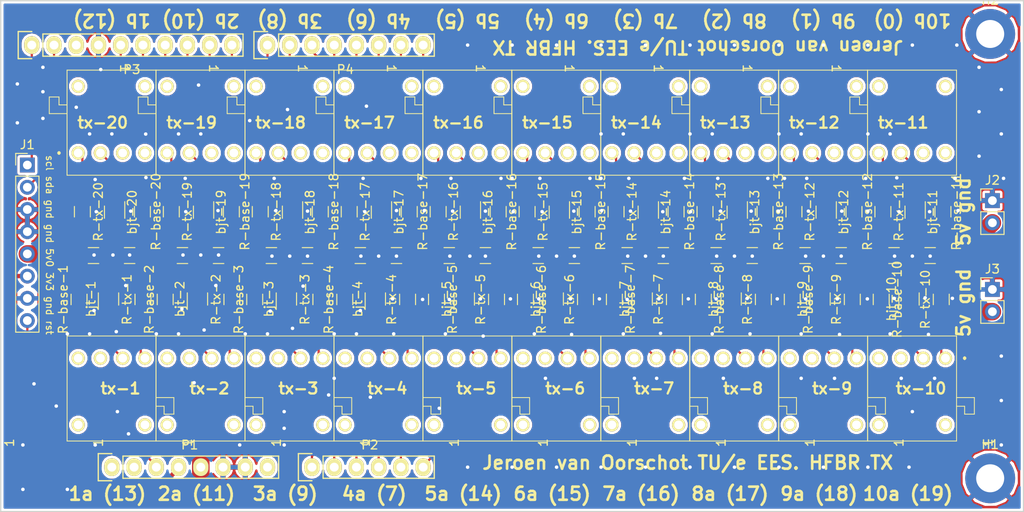
<source format=kicad_pcb>
(kicad_pcb (version 20171130) (host pcbnew "(5.0.2)-1")
  (title_block (date "lun. 30 mars 2015"))
  (layers (0 F.Cu signal hide) (31 B.Cu signal hide) (34 B.Paste user hide) (35 F.Paste user hide) (36 B.SilkS user hide) (37 F.SilkS user hide) (38 B.Mask user hide) (39 F.Mask user hide) (44 Edge.Cuts user))
  (net 0 "")
  (net 1 /IOREF)
  (net 2 /Reset)
  (net 3 +5V)
  (net 4 GND)
  (net 5 /Vin)
  (net 6 "Net-(P1-Pad1)")
  (net 7 "Net-(tx-13-Pad5)")
  (net 8 "Net-(tx-13-Pad4)")
  (net 9 "Net-(R-tx-13-Pad1)")
  (net 10 "Net-(tx-1-Pad5)")
  (net 11 "Net-(tx-1-Pad4)")
  (net 12 "Net-(R-tx-1-Pad1)")
  (net 13 "Net-(R-tx-2-Pad1)")
  (net 14 "Net-(tx-2-Pad4)")
  (net 15 "Net-(tx-2-Pad5)")
  (net 16 "Net-(tx-3-Pad5)")
  (net 17 "Net-(tx-3-Pad4)")
  (net 18 "Net-(R-tx-3-Pad1)")
  (net 19 "Net-(R-tx-4-Pad1)")
  (net 20 "Net-(tx-4-Pad4)")
  (net 21 "Net-(tx-4-Pad5)")
  (net 22 "Net-(tx-5-Pad5)")
  (net 23 "Net-(tx-5-Pad4)")
  (net 24 "Net-(R-tx-5-Pad1)")
  (net 25 "Net-(R-tx-6-Pad1)")
  (net 26 "Net-(tx-6-Pad4)")
  (net 27 "Net-(tx-6-Pad5)")
  (net 28 "Net-(tx-7-Pad5)")
  (net 29 "Net-(tx-7-Pad4)")
  (net 30 "Net-(R-tx-7-Pad1)")
  (net 31 "Net-(R-tx-8-Pad1)")
  (net 32 "Net-(tx-8-Pad4)")
  (net 33 "Net-(tx-8-Pad5)")
  (net 34 "Net-(tx-9-Pad5)")
  (net 35 "Net-(tx-9-Pad4)")
  (net 36 "Net-(R-tx-9-Pad1)")
  (net 37 "Net-(R-tx-10-Pad1)")
  (net 38 "Net-(tx-10-Pad4)")
  (net 39 "Net-(tx-10-Pad5)")
  (net 40 "Net-(tx-11-Pad5)")
  (net 41 "Net-(tx-11-Pad4)")
  (net 42 "Net-(R-tx-11-Pad1)")
  (net 43 "Net-(R-tx-12-Pad1)")
  (net 44 "Net-(tx-12-Pad4)")
  (net 45 "Net-(tx-12-Pad5)")
  (net 46 sig-13)
  (net 47 sig-12)
  (net 48 sig-11)
  (net 49 sig-10)
  (net 50 sig-9)
  (net 51 sig-8)
  (net 52 sig-7)
  (net 53 sig-6)
  (net 54 sig-5)
  (net 55 sig-4)
  (net 56 sig-3)
  (net 57 sig-2)
  (net 58 sig-1)
  (net 59 sig-0)
  (net 60 "Net-(R-base-8-Pad1)")
  (net 61 "Net-(R-base-3-Pad1)")
  (net 62 "Net-(R-base-9-Pad1)")
  (net 63 "Net-(R-base-10-Pad1)")
  (net 64 "Net-(R-base-13-Pad1)")
  (net 65 "Net-(R-base-12-Pad1)")
  (net 66 "Net-(R-base-11-Pad1)")
  (net 67 "Net-(R-base-7-Pad1)")
  (net 68 "Net-(R-base-1-Pad1)")
  (net 69 "Net-(R-base-2-Pad1)")
  (net 70 "Net-(R-base-4-Pad1)")
  (net 71 "Net-(R-base-5-Pad1)")
  (net 72 "Net-(R-base-6-Pad1)")
  (net 73 "Net-(P3-Pad3)")
  (net 74 "Net-(tx-1-Pad3)")
  (net 75 "Net-(tx-2-Pad3)")
  (net 76 "Net-(tx-3-Pad3)")
  (net 77 "Net-(tx-4-Pad3)")
  (net 78 "Net-(tx-5-Pad3)")
  (net 79 "Net-(tx-6-Pad3)")
  (net 80 "Net-(tx-8-Pad3)")
  (net 81 "Net-(tx-9-Pad3)")
  (net 82 "Net-(tx-10-Pad3)")
  (net 83 "Net-(tx-11-Pad3)")
  (net 84 "Net-(tx-12-Pad3)")
  (net 85 "Net-(tx-7-Pad3)")
  (net 86 "Net-(tx-13-Pad3)")
  (net 87 "Net-(tx-20-Pad5)")
  (net 88 "Net-(tx-20-Pad4)")
  (net 89 "Net-(tx-20-Pad3)")
  (net 90 "Net-(R-tx-20-Pad1)")
  (net 91 "Net-(R-tx-19-Pad1)")
  (net 92 "Net-(tx-19-Pad3)")
  (net 93 "Net-(tx-19-Pad4)")
  (net 94 "Net-(tx-19-Pad5)")
  (net 95 "Net-(tx-18-Pad5)")
  (net 96 "Net-(tx-18-Pad4)")
  (net 97 "Net-(tx-18-Pad3)")
  (net 98 "Net-(R-tx-18-Pad1)")
  (net 99 "Net-(R-tx-17-Pad1)")
  (net 100 "Net-(tx-17-Pad3)")
  (net 101 "Net-(tx-17-Pad4)")
  (net 102 "Net-(tx-17-Pad5)")
  (net 103 "Net-(tx-16-Pad5)")
  (net 104 "Net-(tx-16-Pad4)")
  (net 105 "Net-(tx-16-Pad3)")
  (net 106 "Net-(R-tx-16-Pad1)")
  (net 107 "Net-(R-tx-15-Pad1)")
  (net 108 "Net-(tx-15-Pad3)")
  (net 109 "Net-(tx-15-Pad4)")
  (net 110 "Net-(tx-15-Pad5)")
  (net 111 "Net-(tx-14-Pad5)")
  (net 112 "Net-(tx-14-Pad4)")
  (net 113 "Net-(tx-14-Pad3)")
  (net 114 "Net-(R-tx-14-Pad1)")
  (net 115 sig-14)
  (net 116 sig-15)
  (net 117 sig-16)
  (net 118 sig-17)
  (net 119 sig-18)
  (net 120 sig-19)
  (net 121 "Net-(R-base-20-Pad1)")
  (net 122 "Net-(R-base-17-Pad1)")
  (net 123 "Net-(R-base-19-Pad1)")
  (net 124 "Net-(R-base-18-Pad1)")
  (net 125 "Net-(R-base-16-Pad1)")
  (net 126 "Net-(R-base-14-Pad1)")
  (net 127 "Net-(R-base-15-Pad1)")
  (net 128 sig-scl)
  (net 129 sig-sda)
  (net 130 +3.3V)
  (net 131 "Net-(bjt-9-Pad1)")
  (net 132 "Net-(bjt-12-Pad1)")
  (net 133 "Net-(bjt-1-Pad1)")
  (net 134 "Net-(bjt-2-Pad1)")
  (net 135 "Net-(bjt-3-Pad1)")
  (net 136 "Net-(bjt-4-Pad1)")
  (net 137 "Net-(bjt-5-Pad1)")
  (net 138 "Net-(bjt-6-Pad1)")
  (net 139 "Net-(bjt-7-Pad1)")
  (net 140 "Net-(bjt-8-Pad1)")
  (net 141 "Net-(bjt-10-Pad1)")
  (net 142 "Net-(bjt-11-Pad1)")
  (net 143 "Net-(bjt-19-Pad1)")
  (net 144 "Net-(bjt-18-Pad1)")
  (net 145 "Net-(bjt-17-Pad1)")
  (net 146 "Net-(bjt-16-Pad1)")
  (net 147 "Net-(bjt-15-Pad1)")
  (net 148 "Net-(bjt-14-Pad1)")
  (net 149 "Net-(bjt-13-Pad1)")
  (net 150 "Net-(bjt-20-Pad1)")
  (module hfbr:HFBR1521Z (layer F.Cu) (at 169.383499 87.899999 180)
    (fp_text reference tx-17 (at 1.015 3.465 180) (layer F.SilkS) (effects (font (size 1.27 1.27) (thickness 0.254))))
    (fp_text value HFBR-1521Z hide)
    (pad 1 thru_hole circle (at 3.81 0 270) (size 1.515 1.515) (drill 1.01) (layers *.Cu *.Mask F.SilkS) (net 99 "Net-(R-tx-17-Pad1)"))
    (pad 2 thru_hole circle (at 1.27 0 270) (size 1.515 1.515) (drill 1.01) (layers *.Cu *.Mask F.SilkS) (net 145 "Net-(bjt-17-Pad1)"))
    (pad 3 thru_hole circle (at -1.27 0 270) (size 1.515 1.515) (drill 1.01) (layers *.Cu *.Mask F.SilkS) (net 100 "Net-(tx-17-Pad3)"))
    (pad 4 thru_hole circle (at -3.81 0 270) (size 1.515 1.515) (drill 1.01) (layers *.Cu *.Mask F.SilkS) (net 101 "Net-(tx-17-Pad4)"))
    (pad 5 thru_hole circle (at -3.81 7.62 270) (size 1.515 1.515) (drill 1.01) (layers *.Cu *.Mask F.SilkS) (net 102 "Net-(tx-17-Pad5)"))
    (pad 6 thru_hole circle (at 3.81 7.62 270) (size 1.515 1.515) (drill 1.01) (layers *.Cu *.Mask F.SilkS))
  )
  (module Connector_PinHeader_2.54mm:PinHeader_1x02_P2.54mm_Vertical (layer F.Cu) (at 239.522 103.505)
    (fp_text reference J3 (at 0 -2.33) (layer F.SilkS))
    (fp_text value Conn_01x02_Male)
    (pad 1 thru_hole rect (at 0 0) (size 1.7 1.7) (drill 1) (layers *.Cu *.Mask) (net 4 GND))
    (pad 2 thru_hole oval (at 0 2.54) (size 1.7 1.7) (drill 1) (layers *.Cu *.Mask) (net 3 +5V))
  )
  (module Connector_PinHeader_2.54mm:PinHeader_1x02_P2.54mm_Vertical (layer F.Cu) (at 239.522 93.345)
    (fp_text reference J2 (at 0 -2.33) (layer F.SilkS))
    (fp_text value Conn_01x02_Male)
    (pad 1 thru_hole rect (at 0 0) (size 1.7 1.7) (drill 1) (layers *.Cu *.Mask) (net 4 GND))
    (pad 2 thru_hole oval (at 0 2.54) (size 1.7 1.7) (drill 1) (layers *.Cu *.Mask) (net 3 +5V))
  )
  (module MountingHole:MountingHole_3.2mm_M3_ISO7380_Pad (layer F.Cu) (at 239.268 125.095)
    (fp_text reference H1 (at 0 -3.85) (layer F.SilkS))
    (fp_text value MountingHole)
    (pad 1 thru_hole circle (at 0 0) (size 5.7 5.7) (drill 3.2) (layers *.Cu *.Mask) (net 4 GND))
  )
  (module MountingHole:MountingHole_3.2mm_M3_ISO7380_Pad (layer F.Cu) (at 239.268 74.295)
    (fp_text reference H2 (at 0 -3.85) (layer F.SilkS))
    (fp_text value MountingHole)
    (pad 1 thru_hole circle (at 0 0) (size 5.7 5.7) (drill 3.2) (layers *.Cu *.Mask) (net 4 GND))
  )
  (module Connector_PinHeader_2.54mm:PinHeader_1x08_P2.54mm_Vertical (layer F.Cu) (at 129.286 89.281)
    (fp_text reference J1 (at 0 -2.33) (layer F.SilkS))
    (fp_text value Conn_01x08_Male)
    (pad 1 thru_hole rect (at 0 0) (size 1.7 1.7) (drill 1) (layers *.Cu *.Mask) (net 128 sig-scl))
    (pad 2 thru_hole oval (at 0 2.54) (size 1.7 1.7) (drill 1) (layers *.Cu *.Mask) (net 129 sig-sda))
    (pad 3 thru_hole oval (at 0 5.08) (size 1.7 1.7) (drill 1) (layers *.Cu *.Mask) (net 4 GND))
    (pad 4 thru_hole oval (at 0 7.62) (size 1.7 1.7) (drill 1) (layers *.Cu *.Mask) (net 4 GND))
    (pad 5 thru_hole oval (at 0 10.16) (size 1.7 1.7) (drill 1) (layers *.Cu *.Mask) (net 3 +5V))
    (pad 6 thru_hole oval (at 0 12.7) (size 1.7 1.7) (drill 1) (layers *.Cu *.Mask) (net 130 +3.3V))
    (pad 7 thru_hole oval (at 0 15.24) (size 1.7 1.7) (drill 1) (layers *.Cu *.Mask) (net 4 GND))
    (pad 8 thru_hole oval (at 0 17.78) (size 1.7 1.7) (drill 1) (layers *.Cu *.Mask) (net 2 /Reset))
  )
  (module Capacitor_SMD:C_1206_3216Metric_Pad1.42x1.75mm_HandSolder (layer F.Cu) (at 197.8025 99.6315)
    (fp_text reference C-14 hide)
    (fp_text value C)
    (pad 2 smd roundrect (at 1.4875 0) (size 1.425 1.75) (layers F.Cu F.Paste F.Mask) (roundrect_rratio 0.175439) (net 4 GND))
    (pad 1 smd roundrect (at -1.4875 0) (size 1.425 1.75) (layers F.Cu F.Paste F.Mask) (roundrect_rratio 0.175439) (net 3 +5V))
  )
  (module Capacitor_SMD:C_1206_3216Metric_Pad1.42x1.75mm_HandSolder (layer F.Cu) (at 187.6425 99.6315)
    (fp_text reference C-15 hide)
    (fp_text value C)
    (pad 1 smd roundrect (at -1.4875 0) (size 1.425 1.75) (layers F.Cu F.Paste F.Mask) (roundrect_rratio 0.175439) (net 3 +5V))
    (pad 2 smd roundrect (at 1.4875 0) (size 1.425 1.75) (layers F.Cu F.Paste F.Mask) (roundrect_rratio 0.175439) (net 4 GND))
  )
  (module Capacitor_SMD:C_1206_3216Metric_Pad1.42x1.75mm_HandSolder (layer F.Cu) (at 177.4825 99.6315)
    (fp_text reference C-16 hide)
    (fp_text value C)
    (pad 2 smd roundrect (at 1.4875 0) (size 1.425 1.75) (layers F.Cu F.Paste F.Mask) (roundrect_rratio 0.175439) (net 4 GND))
    (pad 1 smd roundrect (at -1.4875 0) (size 1.425 1.75) (layers F.Cu F.Paste F.Mask) (roundrect_rratio 0.175439) (net 3 +5V))
  )
  (module Capacitor_SMD:C_1206_3216Metric_Pad1.42x1.75mm_HandSolder (layer F.Cu) (at 167.3225 99.6315)
    (fp_text reference C-17 hide)
    (fp_text value C)
    (pad 1 smd roundrect (at -1.4875 0) (size 1.425 1.75) (layers F.Cu F.Paste F.Mask) (roundrect_rratio 0.175439) (net 3 +5V))
    (pad 2 smd roundrect (at 1.4875 0) (size 1.425 1.75) (layers F.Cu F.Paste F.Mask) (roundrect_rratio 0.175439) (net 4 GND))
  )
  (module Capacitor_SMD:C_1206_3216Metric_Pad1.42x1.75mm_HandSolder (layer F.Cu) (at 157.1625 99.6315)
    (fp_text reference C-18 hide)
    (fp_text value C)
    (pad 2 smd roundrect (at 1.4875 0) (size 1.425 1.75) (layers F.Cu F.Paste F.Mask) (roundrect_rratio 0.175439) (net 4 GND))
    (pad 1 smd roundrect (at -1.4875 0) (size 1.425 1.75) (layers F.Cu F.Paste F.Mask) (roundrect_rratio 0.175439) (net 3 +5V))
  )
  (module Capacitor_SMD:C_1206_3216Metric_Pad1.42x1.75mm_HandSolder (layer F.Cu) (at 147.0025 99.6315)
    (fp_text reference C-19 hide)
    (fp_text value C)
    (pad 1 smd roundrect (at -1.4875 0) (size 1.425 1.75) (layers F.Cu F.Paste F.Mask) (roundrect_rratio 0.175439) (net 3 +5V))
    (pad 2 smd roundrect (at 1.4875 0) (size 1.425 1.75) (layers F.Cu F.Paste F.Mask) (roundrect_rratio 0.175439) (net 4 GND))
  )
  (module Capacitor_SMD:C_1206_3216Metric_Pad1.42x1.75mm_HandSolder (layer F.Cu) (at 136.8425 99.6315)
    (fp_text reference C-20 hide)
    (fp_text value C)
    (pad 2 smd roundrect (at 1.4875 0) (size 1.425 1.75) (layers F.Cu F.Paste F.Mask) (roundrect_rratio 0.175439) (net 4 GND))
    (pad 1 smd roundrect (at -1.4875 0) (size 1.425 1.75) (layers F.Cu F.Paste F.Mask) (roundrect_rratio 0.175439) (net 3 +5V))
  )
  (module Package_TO_SOT_SMD:SOT-343_SC-70-4_Handsoldering (layer F.Cu) (at 139.2555 94.66754 270)
    (fp_text reference bjt-20 (at 0 -2 270) (layer F.SilkS))
    (fp_text value MCH4020-RF)
    (pad 1 smd rect (at -1.33 -0.65 270) (size 1.5 0.4) (layers F.Cu F.Paste F.Mask) (net 150 "Net-(bjt-20-Pad1)"))
    (pad 2 smd rect (at -1.33 0.65 270) (size 1.5 0.4) (layers F.Cu F.Paste F.Mask) (net 4 GND))
    (pad 3 smd rect (at 1.33 0.65 270) (size 1.5 0.4) (layers F.Cu F.Paste F.Mask) (net 121 "Net-(R-base-20-Pad1)"))
    (pad 4 smd rect (at 1.33 -0.65 270) (size 1.5 0.4) (layers F.Cu F.Paste F.Mask) (net 4 GND))
  )
  (module Package_TO_SOT_SMD:SOT-343_SC-70-4_Handsoldering (layer F.Cu) (at 149.4155 94.66754 270)
    (fp_text reference bjt-19 (at 0 -2 270) (layer F.SilkS))
    (fp_text value MCH4020-RF)
    (pad 4 smd rect (at 1.33 -0.65 270) (size 1.5 0.4) (layers F.Cu F.Paste F.Mask) (net 4 GND))
    (pad 3 smd rect (at 1.33 0.65 270) (size 1.5 0.4) (layers F.Cu F.Paste F.Mask) (net 123 "Net-(R-base-19-Pad1)"))
    (pad 2 smd rect (at -1.33 0.65 270) (size 1.5 0.4) (layers F.Cu F.Paste F.Mask) (net 4 GND))
    (pad 1 smd rect (at -1.33 -0.65 270) (size 1.5 0.4) (layers F.Cu F.Paste F.Mask) (net 143 "Net-(bjt-19-Pad1)"))
  )
  (module Package_TO_SOT_SMD:SOT-343_SC-70-4_Handsoldering (layer F.Cu) (at 159.5755 94.66754 270)
    (fp_text reference bjt-18 (at 0 -2 270) (layer F.SilkS))
    (fp_text value MCH4020-RF)
    (pad 1 smd rect (at -1.33 -0.65 270) (size 1.5 0.4) (layers F.Cu F.Paste F.Mask) (net 144 "Net-(bjt-18-Pad1)"))
    (pad 2 smd rect (at -1.33 0.65 270) (size 1.5 0.4) (layers F.Cu F.Paste F.Mask) (net 4 GND))
    (pad 3 smd rect (at 1.33 0.65 270) (size 1.5 0.4) (layers F.Cu F.Paste F.Mask) (net 124 "Net-(R-base-18-Pad1)"))
    (pad 4 smd rect (at 1.33 -0.65 270) (size 1.5 0.4) (layers F.Cu F.Paste F.Mask) (net 4 GND))
  )
  (module Package_TO_SOT_SMD:SOT-343_SC-70-4_Handsoldering (layer F.Cu) (at 169.7355 94.66754 270)
    (fp_text reference bjt-17 (at 0 -2 270) (layer F.SilkS))
    (fp_text value MCH4020-RF)
    (pad 4 smd rect (at 1.33 -0.65 270) (size 1.5 0.4) (layers F.Cu F.Paste F.Mask) (net 4 GND))
    (pad 3 smd rect (at 1.33 0.65 270) (size 1.5 0.4) (layers F.Cu F.Paste F.Mask) (net 122 "Net-(R-base-17-Pad1)"))
    (pad 2 smd rect (at -1.33 0.65 270) (size 1.5 0.4) (layers F.Cu F.Paste F.Mask) (net 4 GND))
    (pad 1 smd rect (at -1.33 -0.65 270) (size 1.5 0.4) (layers F.Cu F.Paste F.Mask) (net 145 "Net-(bjt-17-Pad1)"))
  )
  (module Package_TO_SOT_SMD:SOT-343_SC-70-4_Handsoldering (layer F.Cu) (at 179.8955 94.66754 270)
    (fp_text reference bjt-16 (at 0 -2 270) (layer F.SilkS))
    (fp_text value MCH4020-RF)
    (pad 1 smd rect (at -1.33 -0.65 270) (size 1.5 0.4) (layers F.Cu F.Paste F.Mask) (net 146 "Net-(bjt-16-Pad1)"))
    (pad 2 smd rect (at -1.33 0.65 270) (size 1.5 0.4) (layers F.Cu F.Paste F.Mask) (net 4 GND))
    (pad 3 smd rect (at 1.33 0.65 270) (size 1.5 0.4) (layers F.Cu F.Paste F.Mask) (net 125 "Net-(R-base-16-Pad1)"))
    (pad 4 smd rect (at 1.33 -0.65 270) (size 1.5 0.4) (layers F.Cu F.Paste F.Mask) (net 4 GND))
  )
  (module Package_TO_SOT_SMD:SOT-343_SC-70-4_Handsoldering (layer F.Cu) (at 190.0555 94.66754 270)
    (fp_text reference bjt-15 (at 0 -2 270) (layer F.SilkS))
    (fp_text value MCH4020-RF)
    (pad 4 smd rect (at 1.33 -0.65 270) (size 1.5 0.4) (layers F.Cu F.Paste F.Mask) (net 4 GND))
    (pad 3 smd rect (at 1.33 0.65 270) (size 1.5 0.4) (layers F.Cu F.Paste F.Mask) (net 127 "Net-(R-base-15-Pad1)"))
    (pad 2 smd rect (at -1.33 0.65 270) (size 1.5 0.4) (layers F.Cu F.Paste F.Mask) (net 4 GND))
    (pad 1 smd rect (at -1.33 -0.65 270) (size 1.5 0.4) (layers F.Cu F.Paste F.Mask) (net 147 "Net-(bjt-15-Pad1)"))
  )
  (module Package_TO_SOT_SMD:SOT-343_SC-70-4_Handsoldering (layer F.Cu) (at 200.2155 94.66754 270)
    (fp_text reference bjt-14 (at 0 -2 270) (layer F.SilkS))
    (fp_text value MCH4020-RF)
    (pad 1 smd rect (at -1.33 -0.65 270) (size 1.5 0.4) (layers F.Cu F.Paste F.Mask) (net 148 "Net-(bjt-14-Pad1)"))
    (pad 2 smd rect (at -1.33 0.65 270) (size 1.5 0.4) (layers F.Cu F.Paste F.Mask) (net 4 GND))
    (pad 3 smd rect (at 1.33 0.65 270) (size 1.5 0.4) (layers F.Cu F.Paste F.Mask) (net 126 "Net-(R-base-14-Pad1)"))
    (pad 4 smd rect (at 1.33 -0.65 270) (size 1.5 0.4) (layers F.Cu F.Paste F.Mask) (net 4 GND))
  )
  (module Resistor_SMD:R_1206_3216Metric_Pad1.42x1.75mm_HandSolder (layer F.Cu) (at 196.5325 94.61754 270)
    (fp_text reference R-tx-14 (at 0 -1.82 270) (layer F.SilkS))
    (fp_text value 50)
    (pad 2 smd roundrect (at 1.4875 0 270) (size 1.425 1.75) (layers F.Cu F.Paste F.Mask) (roundrect_rratio 0.175439) (net 3 +5V))
    (pad 1 smd roundrect (at -1.4875 0 270) (size 1.425 1.75) (layers F.Cu F.Paste F.Mask) (roundrect_rratio 0.175439) (net 114 "Net-(R-tx-14-Pad1)"))
  )
  (module Resistor_SMD:R_1206_3216Metric_Pad1.42x1.75mm_HandSolder (layer F.Cu) (at 186.3725 94.61754 270)
    (fp_text reference R-tx-15 (at 0 -1.82 270) (layer F.SilkS))
    (fp_text value 50)
    (pad 1 smd roundrect (at -1.4875 0 270) (size 1.425 1.75) (layers F.Cu F.Paste F.Mask) (roundrect_rratio 0.175439) (net 107 "Net-(R-tx-15-Pad1)"))
    (pad 2 smd roundrect (at 1.4875 0 270) (size 1.425 1.75) (layers F.Cu F.Paste F.Mask) (roundrect_rratio 0.175439) (net 3 +5V))
  )
  (module Resistor_SMD:R_1206_3216Metric_Pad1.42x1.75mm_HandSolder (layer F.Cu) (at 193.2305 94.61754 90)
    (fp_text reference R-base-15 (at 0 1.5455 90) (layer F.SilkS))
    (fp_text value 2k)
    (pad 2 smd roundrect (at 1.4875 0 90) (size 1.425 1.75) (layers F.Cu F.Paste F.Mask) (roundrect_rratio 0.175439) (net 55 sig-4))
    (pad 1 smd roundrect (at -1.4875 0 90) (size 1.425 1.75) (layers F.Cu F.Paste F.Mask) (roundrect_rratio 0.175439) (net 127 "Net-(R-base-15-Pad1)"))
  )
  (module Resistor_SMD:R_1206_3216Metric_Pad1.42x1.75mm_HandSolder (layer F.Cu) (at 135.5725 94.61754 270)
    (fp_text reference R-tx-20 (at 0 -1.82 270) (layer F.SilkS))
    (fp_text value 50)
    (pad 2 smd roundrect (at 1.4875 0 270) (size 1.425 1.75) (layers F.Cu F.Paste F.Mask) (roundrect_rratio 0.175439) (net 3 +5V))
    (pad 1 smd roundrect (at -1.4875 0 270) (size 1.425 1.75) (layers F.Cu F.Paste F.Mask) (roundrect_rratio 0.175439) (net 90 "Net-(R-tx-20-Pad1)"))
  )
  (module Resistor_SMD:R_1206_3216Metric_Pad1.42x1.75mm_HandSolder (layer F.Cu) (at 145.7325 94.61754 270)
    (fp_text reference R-tx-19 (at 0 -1.82 270) (layer F.SilkS))
    (fp_text value 50)
    (pad 1 smd roundrect (at -1.4875 0 270) (size 1.425 1.75) (layers F.Cu F.Paste F.Mask) (roundrect_rratio 0.175439) (net 91 "Net-(R-tx-19-Pad1)"))
    (pad 2 smd roundrect (at 1.4875 0 270) (size 1.425 1.75) (layers F.Cu F.Paste F.Mask) (roundrect_rratio 0.175439) (net 3 +5V))
  )
  (module Resistor_SMD:R_1206_3216Metric_Pad1.42x1.75mm_HandSolder (layer F.Cu) (at 155.8925 94.61754 270)
    (fp_text reference R-tx-18 (at 0 -1.82 270) (layer F.SilkS))
    (fp_text value 50)
    (pad 2 smd roundrect (at 1.4875 0 270) (size 1.425 1.75) (layers F.Cu F.Paste F.Mask) (roundrect_rratio 0.175439) (net 3 +5V))
    (pad 1 smd roundrect (at -1.4875 0 270) (size 1.425 1.75) (layers F.Cu F.Paste F.Mask) (roundrect_rratio 0.175439) (net 98 "Net-(R-tx-18-Pad1)"))
  )
  (module Resistor_SMD:R_1206_3216Metric_Pad1.42x1.75mm_HandSolder (layer F.Cu) (at 166.0525 94.61754 270)
    (fp_text reference R-tx-17 (at 0 -1.82 270) (layer F.SilkS))
    (fp_text value 50)
    (pad 1 smd roundrect (at -1.4875 0 270) (size 1.425 1.75) (layers F.Cu F.Paste F.Mask) (roundrect_rratio 0.175439) (net 99 "Net-(R-tx-17-Pad1)"))
    (pad 2 smd roundrect (at 1.4875 0 270) (size 1.425 1.75) (layers F.Cu F.Paste F.Mask) (roundrect_rratio 0.175439) (net 3 +5V))
  )
  (module Resistor_SMD:R_1206_3216Metric_Pad1.42x1.75mm_HandSolder (layer F.Cu) (at 203.3905 94.61754 90)
    (fp_text reference R-base-14 (at 0 1.5455 90) (layer F.SilkS))
    (fp_text value 2k)
    (pad 2 smd roundrect (at 1.4875 0 90) (size 1.425 1.75) (layers F.Cu F.Paste F.Mask) (roundrect_rratio 0.175439) (net 56 sig-3))
    (pad 1 smd roundrect (at -1.4875 0 90) (size 1.425 1.75) (layers F.Cu F.Paste F.Mask) (roundrect_rratio 0.175439) (net 126 "Net-(R-base-14-Pad1)"))
  )
  (module Resistor_SMD:R_1206_3216Metric_Pad1.42x1.75mm_HandSolder (layer F.Cu) (at 183.0705 94.61754 90)
    (fp_text reference R-base-16 (at 0 1.5455 90) (layer F.SilkS))
    (fp_text value 2k)
    (pad 1 smd roundrect (at -1.4875 0 90) (size 1.425 1.75) (layers F.Cu F.Paste F.Mask) (roundrect_rratio 0.175439) (net 125 "Net-(R-base-16-Pad1)"))
    (pad 2 smd roundrect (at 1.4875 0 90) (size 1.425 1.75) (layers F.Cu F.Paste F.Mask) (roundrect_rratio 0.175439) (net 54 sig-5))
  )
  (module Resistor_SMD:R_1206_3216Metric_Pad1.42x1.75mm_HandSolder (layer F.Cu) (at 162.7505 94.61754 90)
    (fp_text reference R-base-18 (at 0 1.5455 90) (layer F.SilkS))
    (fp_text value 2k)
    (pad 2 smd roundrect (at 1.4875 0 90) (size 1.425 1.75) (layers F.Cu F.Paste F.Mask) (roundrect_rratio 0.175439) (net 51 sig-8))
    (pad 1 smd roundrect (at -1.4875 0 90) (size 1.425 1.75) (layers F.Cu F.Paste F.Mask) (roundrect_rratio 0.175439) (net 124 "Net-(R-base-18-Pad1)"))
  )
  (module Resistor_SMD:R_1206_3216Metric_Pad1.42x1.75mm_HandSolder (layer F.Cu) (at 152.5905 94.61754 90)
    (fp_text reference R-base-19 (at 0 1.5455 90) (layer F.SilkS))
    (fp_text value 2k)
    (pad 1 smd roundrect (at -1.4875 0 90) (size 1.425 1.75) (layers F.Cu F.Paste F.Mask) (roundrect_rratio 0.175439) (net 123 "Net-(R-base-19-Pad1)"))
    (pad 2 smd roundrect (at 1.4875 0 90) (size 1.425 1.75) (layers F.Cu F.Paste F.Mask) (roundrect_rratio 0.175439) (net 49 sig-10))
  )
  (module Resistor_SMD:R_1206_3216Metric_Pad1.42x1.75mm_HandSolder (layer F.Cu) (at 176.2125 94.61754 270)
    (fp_text reference R-tx-16 (at -0.01778 -1.74888 270) (layer F.SilkS))
    (fp_text value 50)
    (pad 1 smd roundrect (at -1.4875 0 270) (size 1.425 1.75) (layers F.Cu F.Paste F.Mask) (roundrect_rratio 0.175439) (net 106 "Net-(R-tx-16-Pad1)"))
    (pad 2 smd roundrect (at 1.4875 0 270) (size 1.425 1.75) (layers F.Cu F.Paste F.Mask) (roundrect_rratio 0.175439) (net 3 +5V))
  )
  (module Resistor_SMD:R_1206_3216Metric_Pad1.42x1.75mm_HandSolder (layer F.Cu) (at 172.9105 94.61754 90)
    (fp_text reference R-base-17 (at 0 1.5455 90) (layer F.SilkS))
    (fp_text value 2k)
    (pad 2 smd roundrect (at 1.4875 0 90) (size 1.425 1.75) (layers F.Cu F.Paste F.Mask) (roundrect_rratio 0.175439) (net 53 sig-6))
    (pad 1 smd roundrect (at -1.4875 0 90) (size 1.425 1.75) (layers F.Cu F.Paste F.Mask) (roundrect_rratio 0.175439) (net 122 "Net-(R-base-17-Pad1)"))
  )
  (module Resistor_SMD:R_1206_3216Metric_Pad1.42x1.75mm_HandSolder (layer F.Cu) (at 142.4305 94.61754 90)
    (fp_text reference R-base-20 (at 0 1.5455 90) (layer F.SilkS))
    (fp_text value 2k)
    (pad 1 smd roundrect (at -1.4875 0 90) (size 1.425 1.75) (layers F.Cu F.Paste F.Mask) (roundrect_rratio 0.175439) (net 121 "Net-(R-base-20-Pad1)"))
    (pad 2 smd roundrect (at 1.4875 0 90) (size 1.425 1.75) (layers F.Cu F.Paste F.Mask) (roundrect_rratio 0.175439) (net 47 sig-12))
  )
  (module hfbr:HFBR1521Z (layer F.Cu) (at 199.863499 87.899999 180)
    (fp_text reference tx-14 (at 1.015 3.465 180) (layer F.SilkS) (effects (font (size 1.27 1.27) (thickness 0.254))))
    (fp_text value HFBR-1521Z hide)
    (pad 6 thru_hole circle (at 3.81 7.62 270) (size 1.515 1.515) (drill 1.01) (layers *.Cu *.Mask F.SilkS))
    (pad 5 thru_hole circle (at -3.81 7.62 270) (size 1.515 1.515) (drill 1.01) (layers *.Cu *.Mask F.SilkS) (net 111 "Net-(tx-14-Pad5)"))
    (pad 4 thru_hole circle (at -3.81 0 270) (size 1.515 1.515) (drill 1.01) (layers *.Cu *.Mask F.SilkS) (net 112 "Net-(tx-14-Pad4)"))
    (pad 3 thru_hole circle (at -1.27 0 270) (size 1.515 1.515) (drill 1.01) (layers *.Cu *.Mask F.SilkS) (net 113 "Net-(tx-14-Pad3)"))
    (pad 2 thru_hole circle (at 1.27 0 270) (size 1.515 1.515) (drill 1.01) (layers *.Cu *.Mask F.SilkS) (net 148 "Net-(bjt-14-Pad1)"))
    (pad 1 thru_hole circle (at 3.81 0 270) (size 1.515 1.515) (drill 1.01) (layers *.Cu *.Mask F.SilkS) (net 114 "Net-(R-tx-14-Pad1)"))
  )
  (module hfbr:HFBR1521Z (layer F.Cu) (at 189.703499 87.899999 180)
    (fp_text reference tx-15 (at 1.015 3.465 180) (layer F.SilkS) (effects (font (size 1.27 1.27) (thickness 0.254))))
    (fp_text value HFBR-1521Z hide)
    (pad 1 thru_hole circle (at 3.81 0 270) (size 1.515 1.515) (drill 1.01) (layers *.Cu *.Mask F.SilkS) (net 107 "Net-(R-tx-15-Pad1)"))
    (pad 2 thru_hole circle (at 1.27 0 270) (size 1.515 1.515) (drill 1.01) (layers *.Cu *.Mask F.SilkS) (net 147 "Net-(bjt-15-Pad1)"))
    (pad 3 thru_hole circle (at -1.27 0 270) (size 1.515 1.515) (drill 1.01) (layers *.Cu *.Mask F.SilkS) (net 108 "Net-(tx-15-Pad3)"))
    (pad 4 thru_hole circle (at -3.81 0 270) (size 1.515 1.515) (drill 1.01) (layers *.Cu *.Mask F.SilkS) (net 109 "Net-(tx-15-Pad4)"))
    (pad 5 thru_hole circle (at -3.81 7.62 270) (size 1.515 1.515) (drill 1.01) (layers *.Cu *.Mask F.SilkS) (net 110 "Net-(tx-15-Pad5)"))
    (pad 6 thru_hole circle (at 3.81 7.62 270) (size 1.515 1.515) (drill 1.01) (layers *.Cu *.Mask F.SilkS))
  )
  (module hfbr:HFBR1521Z (layer F.Cu) (at 179.543499 87.899999 180)
    (fp_text reference tx-16 (at 1.015 3.465 180) (layer F.SilkS) (effects (font (size 1.27 1.27) (thickness 0.254))))
    (fp_text value HFBR-1521Z hide)
    (pad 6 thru_hole circle (at 3.81 7.62 270) (size 1.515 1.515) (drill 1.01) (layers *.Cu *.Mask F.SilkS))
    (pad 5 thru_hole circle (at -3.81 7.62 270) (size 1.515 1.515) (drill 1.01) (layers *.Cu *.Mask F.SilkS) (net 103 "Net-(tx-16-Pad5)"))
    (pad 4 thru_hole circle (at -3.81 0 270) (size 1.515 1.515) (drill 1.01) (layers *.Cu *.Mask F.SilkS) (net 104 "Net-(tx-16-Pad4)"))
    (pad 3 thru_hole circle (at -1.27 0 270) (size 1.515 1.515) (drill 1.01) (layers *.Cu *.Mask F.SilkS) (net 105 "Net-(tx-16-Pad3)"))
    (pad 2 thru_hole circle (at 1.27 0 270) (size 1.515 1.515) (drill 1.01) (layers *.Cu *.Mask F.SilkS) (net 146 "Net-(bjt-16-Pad1)"))
    (pad 1 thru_hole circle (at 3.81 0 270) (size 1.515 1.515) (drill 1.01) (layers *.Cu *.Mask F.SilkS) (net 106 "Net-(R-tx-16-Pad1)"))
  )
  (module hfbr:HFBR1521Z (layer F.Cu) (at 159.223499 87.899999 180)
    (fp_text reference tx-18 (at 1.015 3.465 180) (layer F.SilkS) (effects (font (size 1.27 1.27) (thickness 0.254))))
    (fp_text value HFBR-1521Z hide)
    (pad 6 thru_hole circle (at 3.81 7.62 270) (size 1.515 1.515) (drill 1.01) (layers *.Cu *.Mask F.SilkS))
    (pad 5 thru_hole circle (at -3.81 7.62 270) (size 1.515 1.515) (drill 1.01) (layers *.Cu *.Mask F.SilkS) (net 95 "Net-(tx-18-Pad5)"))
    (pad 4 thru_hole circle (at -3.81 0 270) (size 1.515 1.515) (drill 1.01) (layers *.Cu *.Mask F.SilkS) (net 96 "Net-(tx-18-Pad4)"))
    (pad 3 thru_hole circle (at -1.27 0 270) (size 1.515 1.515) (drill 1.01) (layers *.Cu *.Mask F.SilkS) (net 97 "Net-(tx-18-Pad3)"))
    (pad 2 thru_hole circle (at 1.27 0 270) (size 1.515 1.515) (drill 1.01) (layers *.Cu *.Mask F.SilkS) (net 144 "Net-(bjt-18-Pad1)"))
    (pad 1 thru_hole circle (at 3.81 0 270) (size 1.515 1.515) (drill 1.01) (layers *.Cu *.Mask F.SilkS) (net 98 "Net-(R-tx-18-Pad1)"))
  )
  (module hfbr:HFBR1521Z (layer F.Cu) (at 149.063499 87.899999 180)
    (fp_text reference tx-19 (at 1.015 3.465 180) (layer F.SilkS) (effects (font (size 1.27 1.27) (thickness 0.254))))
    (fp_text value HFBR-1521Z hide)
    (pad 1 thru_hole circle (at 3.81 0 270) (size 1.515 1.515) (drill 1.01) (layers *.Cu *.Mask F.SilkS) (net 91 "Net-(R-tx-19-Pad1)"))
    (pad 2 thru_hole circle (at 1.27 0 270) (size 1.515 1.515) (drill 1.01) (layers *.Cu *.Mask F.SilkS) (net 143 "Net-(bjt-19-Pad1)"))
    (pad 3 thru_hole circle (at -1.27 0 270) (size 1.515 1.515) (drill 1.01) (layers *.Cu *.Mask F.SilkS) (net 92 "Net-(tx-19-Pad3)"))
    (pad 4 thru_hole circle (at -3.81 0 270) (size 1.515 1.515) (drill 1.01) (layers *.Cu *.Mask F.SilkS) (net 93 "Net-(tx-19-Pad4)"))
    (pad 5 thru_hole circle (at -3.81 7.62 270) (size 1.515 1.515) (drill 1.01) (layers *.Cu *.Mask F.SilkS) (net 94 "Net-(tx-19-Pad5)"))
    (pad 6 thru_hole circle (at 3.81 7.62 270) (size 1.515 1.515) (drill 1.01) (layers *.Cu *.Mask F.SilkS))
  )
  (module hfbr:HFBR1521Z (layer F.Cu) (at 138.903499 87.899999 180)
    (fp_text reference tx-20 (at 1.015 3.465 180) (layer F.SilkS) (effects (font (size 1.27 1.27) (thickness 0.254))))
    (fp_text value HFBR-1521Z hide)
    (pad 6 thru_hole circle (at 3.81 7.62 270) (size 1.515 1.515) (drill 1.01) (layers *.Cu *.Mask F.SilkS))
    (pad 5 thru_hole circle (at -3.81 7.62 270) (size 1.515 1.515) (drill 1.01) (layers *.Cu *.Mask F.SilkS) (net 87 "Net-(tx-20-Pad5)"))
    (pad 4 thru_hole circle (at -3.81 0 270) (size 1.515 1.515) (drill 1.01) (layers *.Cu *.Mask F.SilkS) (net 88 "Net-(tx-20-Pad4)"))
    (pad 3 thru_hole circle (at -1.27 0 270) (size 1.515 1.515) (drill 1.01) (layers *.Cu *.Mask F.SilkS) (net 89 "Net-(tx-20-Pad3)"))
    (pad 2 thru_hole circle (at 1.27 0 270) (size 1.515 1.515) (drill 1.01) (layers *.Cu *.Mask F.SilkS) (net 150 "Net-(bjt-20-Pad1)"))
    (pad 1 thru_hole circle (at 3.81 0 270) (size 1.515 1.515) (drill 1.01) (layers *.Cu *.Mask F.SilkS) (net 90 "Net-(R-tx-20-Pad1)"))
  )
  (module hfbr:HFBR1521Z (layer F.Cu) (at 210.023499 87.899999 180)
    (fp_text reference tx-13 (at 1.015 3.465 180) (layer F.SilkS) (effects (font (size 1.27 1.27) (thickness 0.254))))
    (fp_text value HFBR-1521Z hide)
    (pad 6 thru_hole circle (at 3.81 7.62 270) (size 1.515 1.515) (drill 1.01) (layers *.Cu *.Mask F.SilkS))
    (pad 5 thru_hole circle (at -3.81 7.62 270) (size 1.515 1.515) (drill 1.01) (layers *.Cu *.Mask F.SilkS) (net 7 "Net-(tx-13-Pad5)"))
    (pad 4 thru_hole circle (at -3.81 0 270) (size 1.515 1.515) (drill 1.01) (layers *.Cu *.Mask F.SilkS) (net 8 "Net-(tx-13-Pad4)"))
    (pad 3 thru_hole circle (at -1.27 0 270) (size 1.515 1.515) (drill 1.01) (layers *.Cu *.Mask F.SilkS) (net 86 "Net-(tx-13-Pad3)"))
    (pad 2 thru_hole circle (at 1.27 0 270) (size 1.515 1.515) (drill 1.01) (layers *.Cu *.Mask F.SilkS) (net 149 "Net-(bjt-13-Pad1)"))
    (pad 1 thru_hole circle (at 3.81 0 270) (size 1.515 1.515) (drill 1.01) (layers *.Cu *.Mask F.SilkS) (net 9 "Net-(R-tx-13-Pad1)"))
  )
  (module hfbr:HFBR1521Z (layer F.Cu) (at 199.869001 111.363001)
    (fp_text reference tx-7 (at 1.015 3.465) (layer F.SilkS) (effects (font (size 1.27 1.27) (thickness 0.254))))
    (fp_text value HFBR-1521Z hide)
    (pad 1 thru_hole circle (at 3.81 0 90) (size 1.515 1.515) (drill 1.01) (layers *.Cu *.Mask F.SilkS) (net 30 "Net-(R-tx-7-Pad1)"))
    (pad 2 thru_hole circle (at 1.27 0 90) (size 1.515 1.515) (drill 1.01) (layers *.Cu *.Mask F.SilkS) (net 139 "Net-(bjt-7-Pad1)"))
    (pad 3 thru_hole circle (at -1.27 0 90) (size 1.515 1.515) (drill 1.01) (layers *.Cu *.Mask F.SilkS) (net 85 "Net-(tx-7-Pad3)"))
    (pad 4 thru_hole circle (at -3.81 0 90) (size 1.515 1.515) (drill 1.01) (layers *.Cu *.Mask F.SilkS) (net 29 "Net-(tx-7-Pad4)"))
    (pad 5 thru_hole circle (at -3.81 7.62 90) (size 1.515 1.515) (drill 1.01) (layers *.Cu *.Mask F.SilkS) (net 28 "Net-(tx-7-Pad5)"))
    (pad 6 thru_hole circle (at 3.81 7.62 90) (size 1.515 1.515) (drill 1.01) (layers *.Cu *.Mask F.SilkS))
  )
  (module hfbr:HFBR1521Z (layer F.Cu) (at 220.183499 87.899999 180)
    (fp_text reference tx-12 (at 1.015 3.465 180) (layer F.SilkS) (effects (font (size 1.27 1.27) (thickness 0.254))))
    (fp_text value HFBR-1521Z hide)
    (pad 6 thru_hole circle (at 3.81 7.62 270) (size 1.515 1.515) (drill 1.01) (layers *.Cu *.Mask F.SilkS))
    (pad 5 thru_hole circle (at -3.81 7.62 270) (size 1.515 1.515) (drill 1.01) (layers *.Cu *.Mask F.SilkS) (net 45 "Net-(tx-12-Pad5)"))
    (pad 4 thru_hole circle (at -3.81 0 270) (size 1.515 1.515) (drill 1.01) (layers *.Cu *.Mask F.SilkS) (net 44 "Net-(tx-12-Pad4)"))
    (pad 3 thru_hole circle (at -1.27 0 270) (size 1.515 1.515) (drill 1.01) (layers *.Cu *.Mask F.SilkS) (net 84 "Net-(tx-12-Pad3)"))
    (pad 2 thru_hole circle (at 1.27 0 270) (size 1.515 1.515) (drill 1.01) (layers *.Cu *.Mask F.SilkS) (net 132 "Net-(bjt-12-Pad1)"))
    (pad 1 thru_hole circle (at 3.81 0 270) (size 1.515 1.515) (drill 1.01) (layers *.Cu *.Mask F.SilkS) (net 43 "Net-(R-tx-12-Pad1)"))
  )
  (module hfbr:HFBR1521Z (layer F.Cu) (at 230.343499 87.899999 180)
    (fp_text reference tx-11 (at 1.015 3.465 180) (layer F.SilkS) (effects (font (size 1.27 1.27) (thickness 0.254))))
    (fp_text value HFBR-1521Z hide)
    (pad 1 thru_hole circle (at 3.81 0 270) (size 1.515 1.515) (drill 1.01) (layers *.Cu *.Mask F.SilkS) (net 42 "Net-(R-tx-11-Pad1)"))
    (pad 2 thru_hole circle (at 1.27 0 270) (size 1.515 1.515) (drill 1.01) (layers *.Cu *.Mask F.SilkS) (net 142 "Net-(bjt-11-Pad1)"))
    (pad 3 thru_hole circle (at -1.27 0 270) (size 1.515 1.515) (drill 1.01) (layers *.Cu *.Mask F.SilkS) (net 83 "Net-(tx-11-Pad3)"))
    (pad 4 thru_hole circle (at -3.81 0 270) (size 1.515 1.515) (drill 1.01) (layers *.Cu *.Mask F.SilkS) (net 41 "Net-(tx-11-Pad4)"))
    (pad 5 thru_hole circle (at -3.81 7.62 270) (size 1.515 1.515) (drill 1.01) (layers *.Cu *.Mask F.SilkS) (net 40 "Net-(tx-11-Pad5)"))
    (pad 6 thru_hole circle (at 3.81 7.62 270) (size 1.515 1.515) (drill 1.01) (layers *.Cu *.Mask F.SilkS))
  )
  (module hfbr:HFBR1521Z (layer F.Cu) (at 230.349001 111.363001)
    (fp_text reference tx-10 (at 1.015 3.465) (layer F.SilkS) (effects (font (size 1.27 1.27) (thickness 0.254))))
    (fp_text value HFBR-1521Z hide)
    (pad 6 thru_hole circle (at 3.81 7.62 90) (size 1.515 1.515) (drill 1.01) (layers *.Cu *.Mask F.SilkS))
    (pad 5 thru_hole circle (at -3.81 7.62 90) (size 1.515 1.515) (drill 1.01) (layers *.Cu *.Mask F.SilkS) (net 39 "Net-(tx-10-Pad5)"))
    (pad 4 thru_hole circle (at -3.81 0 90) (size 1.515 1.515) (drill 1.01) (layers *.Cu *.Mask F.SilkS) (net 38 "Net-(tx-10-Pad4)"))
    (pad 3 thru_hole circle (at -1.27 0 90) (size 1.515 1.515) (drill 1.01) (layers *.Cu *.Mask F.SilkS) (net 82 "Net-(tx-10-Pad3)"))
    (pad 2 thru_hole circle (at 1.27 0 90) (size 1.515 1.515) (drill 1.01) (layers *.Cu *.Mask F.SilkS) (net 141 "Net-(bjt-10-Pad1)"))
    (pad 1 thru_hole circle (at 3.81 0 90) (size 1.515 1.515) (drill 1.01) (layers *.Cu *.Mask F.SilkS) (net 37 "Net-(R-tx-10-Pad1)"))
  )
  (module hfbr:HFBR1521Z (layer F.Cu) (at 220.189001 111.363001)
    (fp_text reference tx-9 (at 1.015 3.465) (layer F.SilkS) (effects (font (size 1.27 1.27) (thickness 0.254))))
    (fp_text value HFBR-1521Z hide)
    (pad 1 thru_hole circle (at 3.81 0 90) (size 1.515 1.515) (drill 1.01) (layers *.Cu *.Mask F.SilkS) (net 36 "Net-(R-tx-9-Pad1)"))
    (pad 2 thru_hole circle (at 1.27 0 90) (size 1.515 1.515) (drill 1.01) (layers *.Cu *.Mask F.SilkS) (net 131 "Net-(bjt-9-Pad1)"))
    (pad 3 thru_hole circle (at -1.27 0 90) (size 1.515 1.515) (drill 1.01) (layers *.Cu *.Mask F.SilkS) (net 81 "Net-(tx-9-Pad3)"))
    (pad 4 thru_hole circle (at -3.81 0 90) (size 1.515 1.515) (drill 1.01) (layers *.Cu *.Mask F.SilkS) (net 35 "Net-(tx-9-Pad4)"))
    (pad 5 thru_hole circle (at -3.81 7.62 90) (size 1.515 1.515) (drill 1.01) (layers *.Cu *.Mask F.SilkS) (net 34 "Net-(tx-9-Pad5)"))
    (pad 6 thru_hole circle (at 3.81 7.62 90) (size 1.515 1.515) (drill 1.01) (layers *.Cu *.Mask F.SilkS))
  )
  (module hfbr:HFBR1521Z (layer F.Cu) (at 210.029001 111.363001)
    (fp_text reference tx-8 (at 1.015 3.465) (layer F.SilkS) (effects (font (size 1.27 1.27) (thickness 0.254))))
    (fp_text value HFBR-1521Z hide)
    (pad 6 thru_hole circle (at 3.81 7.62 90) (size 1.515 1.515) (drill 1.01) (layers *.Cu *.Mask F.SilkS))
    (pad 5 thru_hole circle (at -3.81 7.62 90) (size 1.515 1.515) (drill 1.01) (layers *.Cu *.Mask F.SilkS) (net 33 "Net-(tx-8-Pad5)"))
    (pad 4 thru_hole circle (at -3.81 0 90) (size 1.515 1.515) (drill 1.01) (layers *.Cu *.Mask F.SilkS) (net 32 "Net-(tx-8-Pad4)"))
    (pad 3 thru_hole circle (at -1.27 0 90) (size 1.515 1.515) (drill 1.01) (layers *.Cu *.Mask F.SilkS) (net 80 "Net-(tx-8-Pad3)"))
    (pad 2 thru_hole circle (at 1.27 0 90) (size 1.515 1.515) (drill 1.01) (layers *.Cu *.Mask F.SilkS) (net 140 "Net-(bjt-8-Pad1)"))
    (pad 1 thru_hole circle (at 3.81 0 90) (size 1.515 1.515) (drill 1.01) (layers *.Cu *.Mask F.SilkS) (net 31 "Net-(R-tx-8-Pad1)"))
  )
  (module hfbr:HFBR1521Z (layer F.Cu) (at 189.709001 111.363001)
    (fp_text reference tx-6 (at 1.015 3.465) (layer F.SilkS) (effects (font (size 1.27 1.27) (thickness 0.254))))
    (fp_text value HFBR-1521Z hide)
    (pad 1 thru_hole circle (at 3.81 0 90) (size 1.515 1.515) (drill 1.01) (layers *.Cu *.Mask F.SilkS) (net 25 "Net-(R-tx-6-Pad1)"))
    (pad 2 thru_hole circle (at 1.27 0 90) (size 1.515 1.515) (drill 1.01) (layers *.Cu *.Mask F.SilkS) (net 138 "Net-(bjt-6-Pad1)"))
    (pad 3 thru_hole circle (at -1.27 0 90) (size 1.515 1.515) (drill 1.01) (layers *.Cu *.Mask F.SilkS) (net 79 "Net-(tx-6-Pad3)"))
    (pad 4 thru_hole circle (at -3.81 0 90) (size 1.515 1.515) (drill 1.01) (layers *.Cu *.Mask F.SilkS) (net 26 "Net-(tx-6-Pad4)"))
    (pad 5 thru_hole circle (at -3.81 7.62 90) (size 1.515 1.515) (drill 1.01) (layers *.Cu *.Mask F.SilkS) (net 27 "Net-(tx-6-Pad5)"))
    (pad 6 thru_hole circle (at 3.81 7.62 90) (size 1.515 1.515) (drill 1.01) (layers *.Cu *.Mask F.SilkS))
  )
  (module hfbr:HFBR1521Z (layer F.Cu) (at 179.549001 111.363001)
    (fp_text reference tx-5 (at 1.015 3.465) (layer F.SilkS) (effects (font (size 1.27 1.27) (thickness 0.254))))
    (fp_text value HFBR-1521Z hide)
    (pad 6 thru_hole circle (at 3.81 7.62 90) (size 1.515 1.515) (drill 1.01) (layers *.Cu *.Mask F.SilkS))
    (pad 5 thru_hole circle (at -3.81 7.62 90) (size 1.515 1.515) (drill 1.01) (layers *.Cu *.Mask F.SilkS) (net 22 "Net-(tx-5-Pad5)"))
    (pad 4 thru_hole circle (at -3.81 0 90) (size 1.515 1.515) (drill 1.01) (layers *.Cu *.Mask F.SilkS) (net 23 "Net-(tx-5-Pad4)"))
    (pad 3 thru_hole circle (at -1.27 0 90) (size 1.515 1.515) (drill 1.01) (layers *.Cu *.Mask F.SilkS) (net 78 "Net-(tx-5-Pad3)"))
    (pad 2 thru_hole circle (at 1.27 0 90) (size 1.515 1.515) (drill 1.01) (layers *.Cu *.Mask F.SilkS) (net 137 "Net-(bjt-5-Pad1)"))
    (pad 1 thru_hole circle (at 3.81 0 90) (size 1.515 1.515) (drill 1.01) (layers *.Cu *.Mask F.SilkS) (net 24 "Net-(R-tx-5-Pad1)"))
  )
  (module hfbr:HFBR1521Z (layer F.Cu) (at 169.389001 111.363001)
    (fp_text reference tx-4 (at 1.015 3.465) (layer F.SilkS) (effects (font (size 1.27 1.27) (thickness 0.254))))
    (fp_text value HFBR-1521Z hide)
    (pad 1 thru_hole circle (at 3.81 0 90) (size 1.515 1.515) (drill 1.01) (layers *.Cu *.Mask F.SilkS) (net 19 "Net-(R-tx-4-Pad1)"))
    (pad 2 thru_hole circle (at 1.27 0 90) (size 1.515 1.515) (drill 1.01) (layers *.Cu *.Mask F.SilkS) (net 136 "Net-(bjt-4-Pad1)"))
    (pad 3 thru_hole circle (at -1.27 0 90) (size 1.515 1.515) (drill 1.01) (layers *.Cu *.Mask F.SilkS) (net 77 "Net-(tx-4-Pad3)"))
    (pad 4 thru_hole circle (at -3.81 0 90) (size 1.515 1.515) (drill 1.01) (layers *.Cu *.Mask F.SilkS) (net 20 "Net-(tx-4-Pad4)"))
    (pad 5 thru_hole circle (at -3.81 7.62 90) (size 1.515 1.515) (drill 1.01) (layers *.Cu *.Mask F.SilkS) (net 21 "Net-(tx-4-Pad5)"))
    (pad 6 thru_hole circle (at 3.81 7.62 90) (size 1.515 1.515) (drill 1.01) (layers *.Cu *.Mask F.SilkS))
  )
  (module hfbr:HFBR1521Z (layer F.Cu) (at 159.229001 111.363001)
    (fp_text reference tx-3 (at 1.015 3.465) (layer F.SilkS) (effects (font (size 1.27 1.27) (thickness 0.254))))
    (fp_text value HFBR-1521Z hide)
    (pad 6 thru_hole circle (at 3.81 7.62 90) (size 1.515 1.515) (drill 1.01) (layers *.Cu *.Mask F.SilkS))
    (pad 5 thru_hole circle (at -3.81 7.62 90) (size 1.515 1.515) (drill 1.01) (layers *.Cu *.Mask F.SilkS) (net 16 "Net-(tx-3-Pad5)"))
    (pad 4 thru_hole circle (at -3.81 0 90) (size 1.515 1.515) (drill 1.01) (layers *.Cu *.Mask F.SilkS) (net 17 "Net-(tx-3-Pad4)"))
    (pad 3 thru_hole circle (at -1.27 0 90) (size 1.515 1.515) (drill 1.01) (layers *.Cu *.Mask F.SilkS) (net 76 "Net-(tx-3-Pad3)"))
    (pad 2 thru_hole circle (at 1.27 0 90) (size 1.515 1.515) (drill 1.01) (layers *.Cu *.Mask F.SilkS) (net 135 "Net-(bjt-3-Pad1)"))
    (pad 1 thru_hole circle (at 3.81 0 90) (size 1.515 1.515) (drill 1.01) (layers *.Cu *.Mask F.SilkS) (net 18 "Net-(R-tx-3-Pad1)"))
  )
  (module hfbr:HFBR1521Z (layer F.Cu) (at 149.069001 111.363001)
    (fp_text reference tx-2 (at 1.015 3.465) (layer F.SilkS) (effects (font (size 1.27 1.27) (thickness 0.254))))
    (fp_text value HFBR-1521Z hide)
    (pad 1 thru_hole circle (at 3.81 0 90) (size 1.515 1.515) (drill 1.01) (layers *.Cu *.Mask F.SilkS) (net 13 "Net-(R-tx-2-Pad1)"))
    (pad 2 thru_hole circle (at 1.27 0 90) (size 1.515 1.515) (drill 1.01) (layers *.Cu *.Mask F.SilkS) (net 134 "Net-(bjt-2-Pad1)"))
    (pad 3 thru_hole circle (at -1.27 0 90) (size 1.515 1.515) (drill 1.01) (layers *.Cu *.Mask F.SilkS) (net 75 "Net-(tx-2-Pad3)"))
    (pad 4 thru_hole circle (at -3.81 0 90) (size 1.515 1.515) (drill 1.01) (layers *.Cu *.Mask F.SilkS) (net 14 "Net-(tx-2-Pad4)"))
    (pad 5 thru_hole circle (at -3.81 7.62 90) (size 1.515 1.515) (drill 1.01) (layers *.Cu *.Mask F.SilkS) (net 15 "Net-(tx-2-Pad5)"))
    (pad 6 thru_hole circle (at 3.81 7.62 90) (size 1.515 1.515) (drill 1.01) (layers *.Cu *.Mask F.SilkS))
  )
  (module hfbr:HFBR1521Z (layer F.Cu) (at 138.909001 111.363001)
    (fp_text reference tx-1 (at 1.015 3.465) (layer F.SilkS) (effects (font (size 1.27 1.27) (thickness 0.254))))
    (fp_text value HFBR-1521Z hide)
    (pad 6 thru_hole circle (at 3.81 7.62 90) (size 1.515 1.515) (drill 1.01) (layers *.Cu *.Mask F.SilkS))
    (pad 5 thru_hole circle (at -3.81 7.62 90) (size 1.515 1.515) (drill 1.01) (layers *.Cu *.Mask F.SilkS) (net 10 "Net-(tx-1-Pad5)"))
    (pad 4 thru_hole circle (at -3.81 0 90) (size 1.515 1.515) (drill 1.01) (layers *.Cu *.Mask F.SilkS) (net 11 "Net-(tx-1-Pad4)"))
    (pad 3 thru_hole circle (at -1.27 0 90) (size 1.515 1.515) (drill 1.01) (layers *.Cu *.Mask F.SilkS) (net 74 "Net-(tx-1-Pad3)"))
    (pad 2 thru_hole circle (at 1.27 0 90) (size 1.515 1.515) (drill 1.01) (layers *.Cu *.Mask F.SilkS) (net 133 "Net-(bjt-1-Pad1)"))
    (pad 1 thru_hole circle (at 3.81 0 90) (size 1.515 1.515) (drill 1.01) (layers *.Cu *.Mask F.SilkS) (net 12 "Net-(R-tx-1-Pad1)"))
  )
  (module Capacitor_SMD:C_1206_3216Metric_Pad1.42x1.75mm_HandSolder (layer F.Cu) (at 207.9625 99.6315)
    (fp_text reference C-13 hide)
    (fp_text value C)
    (pad 2 smd roundrect (at 1.4875 0) (size 1.425 1.75) (layers F.Cu F.Paste F.Mask) (roundrect_rratio 0.175439) (net 4 GND))
    (pad 1 smd roundrect (at -1.4875 0) (size 1.425 1.75) (layers F.Cu F.Paste F.Mask) (roundrect_rratio 0.175439) (net 3 +5V))
  )
  (module Capacitor_SMD:C_1206_3216Metric_Pad1.42x1.75mm_HandSolder (layer F.Cu) (at 218.1225 99.6315)
    (fp_text reference C-12 hide)
    (fp_text value C)
    (pad 1 smd roundrect (at -1.4875 0) (size 1.425 1.75) (layers F.Cu F.Paste F.Mask) (roundrect_rratio 0.175439) (net 3 +5V))
    (pad 2 smd roundrect (at 1.4875 0) (size 1.425 1.75) (layers F.Cu F.Paste F.Mask) (roundrect_rratio 0.175439) (net 4 GND))
  )
  (module Capacitor_SMD:C_1206_3216Metric_Pad1.42x1.75mm_HandSolder (layer F.Cu) (at 228.2825 99.6315)
    (fp_text reference C-11 hide)
    (fp_text value C)
    (pad 2 smd roundrect (at 1.4875 0) (size 1.425 1.75) (layers F.Cu F.Paste F.Mask) (roundrect_rratio 0.175439) (net 4 GND))
    (pad 1 smd roundrect (at -1.4875 0) (size 1.425 1.75) (layers F.Cu F.Paste F.Mask) (roundrect_rratio 0.175439) (net 3 +5V))
  )
  (module Capacitor_SMD:C_1206_3216Metric_Pad1.42x1.75mm_HandSolder (layer F.Cu) (at 232.41 99.6315 180)
    (fp_text reference C-10 hide)
    (fp_text value C)
    (pad 1 smd roundrect (at -1.4875 0 180) (size 1.425 1.75) (layers F.Cu F.Paste F.Mask) (roundrect_rratio 0.175439) (net 3 +5V))
    (pad 2 smd roundrect (at 1.4875 0 180) (size 1.425 1.75) (layers F.Cu F.Paste F.Mask) (roundrect_rratio 0.175439) (net 4 GND))
  )
  (module Capacitor_SMD:C_1206_3216Metric_Pad1.42x1.75mm_HandSolder (layer F.Cu) (at 222.25 99.6315 180)
    (fp_text reference C-9 hide)
    (fp_text value C)
    (pad 2 smd roundrect (at 1.4875 0 180) (size 1.425 1.75) (layers F.Cu F.Paste F.Mask) (roundrect_rratio 0.175439) (net 4 GND))
    (pad 1 smd roundrect (at -1.4875 0 180) (size 1.425 1.75) (layers F.Cu F.Paste F.Mask) (roundrect_rratio 0.175439) (net 3 +5V))
  )
  (module Capacitor_SMD:C_1206_3216Metric_Pad1.42x1.75mm_HandSolder (layer F.Cu) (at 212.09 99.6315 180)
    (fp_text reference C-8 hide)
    (fp_text value C)
    (pad 1 smd roundrect (at -1.4875 0 180) (size 1.425 1.75) (layers F.Cu F.Paste F.Mask) (roundrect_rratio 0.175439) (net 3 +5V))
    (pad 2 smd roundrect (at 1.4875 0 180) (size 1.425 1.75) (layers F.Cu F.Paste F.Mask) (roundrect_rratio 0.175439) (net 4 GND))
  )
  (module Capacitor_SMD:C_1206_3216Metric_Pad1.42x1.75mm_HandSolder (layer F.Cu) (at 201.93 99.6315 180)
    (fp_text reference C-7 hide)
    (fp_text value C)
    (pad 2 smd roundrect (at 1.4875 0 180) (size 1.425 1.75) (layers F.Cu F.Paste F.Mask) (roundrect_rratio 0.175439) (net 4 GND))
    (pad 1 smd roundrect (at -1.4875 0 180) (size 1.425 1.75) (layers F.Cu F.Paste F.Mask) (roundrect_rratio 0.175439) (net 3 +5V))
  )
  (module Capacitor_SMD:C_1206_3216Metric_Pad1.42x1.75mm_HandSolder (layer F.Cu) (at 191.77 99.6315 180)
    (fp_text reference C-6 hide)
    (fp_text value C)
    (pad 1 smd roundrect (at -1.4875 0 180) (size 1.425 1.75) (layers F.Cu F.Paste F.Mask) (roundrect_rratio 0.175439) (net 3 +5V))
    (pad 2 smd roundrect (at 1.4875 0 180) (size 1.425 1.75) (layers F.Cu F.Paste F.Mask) (roundrect_rratio 0.175439) (net 4 GND))
  )
  (module Capacitor_SMD:C_1206_3216Metric_Pad1.42x1.75mm_HandSolder (layer F.Cu) (at 181.61 99.6315 180)
    (fp_text reference C-5 hide)
    (fp_text value C)
    (pad 2 smd roundrect (at 1.4875 0 180) (size 1.425 1.75) (layers F.Cu F.Paste F.Mask) (roundrect_rratio 0.175439) (net 4 GND))
    (pad 1 smd roundrect (at -1.4875 0 180) (size 1.425 1.75) (layers F.Cu F.Paste F.Mask) (roundrect_rratio 0.175439) (net 3 +5V))
  )
  (module Capacitor_SMD:C_1206_3216Metric_Pad1.42x1.75mm_HandSolder (layer F.Cu) (at 171.45 99.6315 180)
    (fp_text reference C-4 hide)
    (fp_text value C)
    (pad 1 smd roundrect (at -1.4875 0 180) (size 1.425 1.75) (layers F.Cu F.Paste F.Mask) (roundrect_rratio 0.175439) (net 3 +5V))
    (pad 2 smd roundrect (at 1.4875 0 180) (size 1.425 1.75) (layers F.Cu F.Paste F.Mask) (roundrect_rratio 0.175439) (net 4 GND))
  )
  (module Capacitor_SMD:C_1206_3216Metric_Pad1.42x1.75mm_HandSolder (layer F.Cu) (at 161.29 99.6315 180)
    (fp_text reference C-3 hide)
    (fp_text value C)
    (pad 2 smd roundrect (at 1.4875 0 180) (size 1.425 1.75) (layers F.Cu F.Paste F.Mask) (roundrect_rratio 0.175439) (net 4 GND))
    (pad 1 smd roundrect (at -1.4875 0 180) (size 1.425 1.75) (layers F.Cu F.Paste F.Mask) (roundrect_rratio 0.175439) (net 3 +5V))
  )
  (module Capacitor_SMD:C_1206_3216Metric_Pad1.42x1.75mm_HandSolder (layer F.Cu) (at 151.13 99.6315 180)
    (fp_text reference C-2 hide)
    (fp_text value C)
    (pad 1 smd roundrect (at -1.4875 0 180) (size 1.425 1.75) (layers F.Cu F.Paste F.Mask) (roundrect_rratio 0.175439) (net 3 +5V))
    (pad 2 smd roundrect (at 1.4875 0 180) (size 1.425 1.75) (layers F.Cu F.Paste F.Mask) (roundrect_rratio 0.175439) (net 4 GND))
  )
  (module Capacitor_SMD:C_1206_3216Metric_Pad1.42x1.75mm_HandSolder (layer F.Cu) (at 140.97 99.6315 180)
    (fp_text reference C-1 hide)
    (fp_text value C)
    (pad 1 smd roundrect (at -1.4875 0 180) (size 1.425 1.75) (layers F.Cu F.Paste F.Mask) (roundrect_rratio 0.175439) (net 3 +5V))
    (pad 2 smd roundrect (at 1.4875 0 180) (size 1.425 1.75) (layers F.Cu F.Paste F.Mask) (roundrect_rratio 0.175439) (net 4 GND))
  )
  (module Package_TO_SOT_SMD:SOT-343_SC-70-4_Handsoldering (layer F.Cu) (at 189.357 104.59546 90)
    (fp_text reference bjt-6 (at 0 -2 90) (layer F.SilkS))
    (fp_text value MCH4020-RF)
    (pad 4 smd rect (at 1.33 -0.65 90) (size 1.5 0.4) (layers F.Cu F.Paste F.Mask) (net 4 GND))
    (pad 3 smd rect (at 1.33 0.65 90) (size 1.5 0.4) (layers F.Cu F.Paste F.Mask) (net 72 "Net-(R-base-6-Pad1)"))
    (pad 2 smd rect (at -1.33 0.65 90) (size 1.5 0.4) (layers F.Cu F.Paste F.Mask) (net 4 GND))
    (pad 1 smd rect (at -1.33 -0.65 90) (size 1.5 0.4) (layers F.Cu F.Paste F.Mask) (net 138 "Net-(bjt-6-Pad1)"))
  )
  (module Package_TO_SOT_SMD:SOT-343_SC-70-4_Handsoldering (layer F.Cu) (at 199.517 104.59546 90)
    (fp_text reference bjt-7 (at 0 -2 90) (layer F.SilkS))
    (fp_text value MCH4020-RF)
    (pad 1 smd rect (at -1.33 -0.65 90) (size 1.5 0.4) (layers F.Cu F.Paste F.Mask) (net 139 "Net-(bjt-7-Pad1)"))
    (pad 2 smd rect (at -1.33 0.65 90) (size 1.5 0.4) (layers F.Cu F.Paste F.Mask) (net 4 GND))
    (pad 3 smd rect (at 1.33 0.65 90) (size 1.5 0.4) (layers F.Cu F.Paste F.Mask) (net 67 "Net-(R-base-7-Pad1)"))
    (pad 4 smd rect (at 1.33 -0.65 90) (size 1.5 0.4) (layers F.Cu F.Paste F.Mask) (net 4 GND))
  )
  (module Package_TO_SOT_SMD:SOT-343_SC-70-4_Handsoldering (layer F.Cu) (at 148.717 104.59546 90)
    (fp_text reference bjt-2 (at 0 -2 90) (layer F.SilkS))
    (fp_text value MCH4020-RF)
    (pad 1 smd rect (at -1.33 -0.65 90) (size 1.5 0.4) (layers F.Cu F.Paste F.Mask) (net 134 "Net-(bjt-2-Pad1)"))
    (pad 2 smd rect (at -1.33 0.65 90) (size 1.5 0.4) (layers F.Cu F.Paste F.Mask) (net 4 GND))
    (pad 3 smd rect (at 1.33 0.65 90) (size 1.5 0.4) (layers F.Cu F.Paste F.Mask) (net 69 "Net-(R-base-2-Pad1)"))
    (pad 4 smd rect (at 1.33 -0.65 90) (size 1.5 0.4) (layers F.Cu F.Paste F.Mask) (net 4 GND))
  )
  (module Package_TO_SOT_SMD:SOT-343_SC-70-4_Handsoldering (layer F.Cu) (at 158.877 104.59546 90)
    (fp_text reference bjt-3 (at 0 -2 90) (layer F.SilkS))
    (fp_text value MCH4020-RF)
    (pad 4 smd rect (at 1.33 -0.65 90) (size 1.5 0.4) (layers F.Cu F.Paste F.Mask) (net 4 GND))
    (pad 3 smd rect (at 1.33 0.65 90) (size 1.5 0.4) (layers F.Cu F.Paste F.Mask) (net 61 "Net-(R-base-3-Pad1)"))
    (pad 2 smd rect (at -1.33 0.65 90) (size 1.5 0.4) (layers F.Cu F.Paste F.Mask) (net 4 GND))
    (pad 1 smd rect (at -1.33 -0.65 90) (size 1.5 0.4) (layers F.Cu F.Paste F.Mask) (net 135 "Net-(bjt-3-Pad1)"))
  )
  (module Package_TO_SOT_SMD:SOT-343_SC-70-4_Handsoldering (layer F.Cu) (at 169.037 104.59546 90)
    (fp_text reference bjt-4 (at 0 -2 90) (layer F.SilkS))
    (fp_text value MCH4020-RF)
    (pad 1 smd rect (at -1.33 -0.65 90) (size 1.5 0.4) (layers F.Cu F.Paste F.Mask) (net 136 "Net-(bjt-4-Pad1)"))
    (pad 2 smd rect (at -1.33 0.65 90) (size 1.5 0.4) (layers F.Cu F.Paste F.Mask) (net 4 GND))
    (pad 3 smd rect (at 1.33 0.65 90) (size 1.5 0.4) (layers F.Cu F.Paste F.Mask) (net 70 "Net-(R-base-4-Pad1)"))
    (pad 4 smd rect (at 1.33 -0.65 90) (size 1.5 0.4) (layers F.Cu F.Paste F.Mask) (net 4 GND))
  )
  (module Package_TO_SOT_SMD:SOT-343_SC-70-4_Handsoldering (layer F.Cu) (at 179.197 104.59546 90)
    (fp_text reference bjt-5 (at 0 -2 90) (layer F.SilkS))
    (fp_text value MCH4020-RF)
    (pad 4 smd rect (at 1.33 -0.65 90) (size 1.5 0.4) (layers F.Cu F.Paste F.Mask) (net 4 GND))
    (pad 3 smd rect (at 1.33 0.65 90) (size 1.5 0.4) (layers F.Cu F.Paste F.Mask) (net 71 "Net-(R-base-5-Pad1)"))
    (pad 2 smd rect (at -1.33 0.65 90) (size 1.5 0.4) (layers F.Cu F.Paste F.Mask) (net 4 GND))
    (pad 1 smd rect (at -1.33 -0.65 90) (size 1.5 0.4) (layers F.Cu F.Paste F.Mask) (net 137 "Net-(bjt-5-Pad1)"))
  )
  (module Package_TO_SOT_SMD:SOT-343_SC-70-4_Handsoldering (layer F.Cu) (at 229.997 104.59546 90)
    (fp_text reference bjt-10 (at 0 -2 90) (layer F.SilkS))
    (fp_text value MCH4020-RF)
    (pad 1 smd rect (at -1.33 -0.65 90) (size 1.5 0.4) (layers F.Cu F.Paste F.Mask) (net 141 "Net-(bjt-10-Pad1)"))
    (pad 2 smd rect (at -1.33 0.65 90) (size 1.5 0.4) (layers F.Cu F.Paste F.Mask) (net 4 GND))
    (pad 3 smd rect (at 1.33 0.65 90) (size 1.5 0.4) (layers F.Cu F.Paste F.Mask) (net 63 "Net-(R-base-10-Pad1)"))
    (pad 4 smd rect (at 1.33 -0.65 90) (size 1.5 0.4) (layers F.Cu F.Paste F.Mask) (net 4 GND))
  )
  (module Package_TO_SOT_SMD:SOT-343_SC-70-4_Handsoldering (layer F.Cu) (at 230.6955 94.66754 270)
    (fp_text reference bjt-11 (at 0 -2 270) (layer F.SilkS))
    (fp_text value MCH4020-RF)
    (pad 4 smd rect (at 1.33 -0.65 270) (size 1.5 0.4) (layers F.Cu F.Paste F.Mask) (net 4 GND))
    (pad 3 smd rect (at 1.33 0.65 270) (size 1.5 0.4) (layers F.Cu F.Paste F.Mask) (net 66 "Net-(R-base-11-Pad1)"))
    (pad 2 smd rect (at -1.33 0.65 270) (size 1.5 0.4) (layers F.Cu F.Paste F.Mask) (net 4 GND))
    (pad 1 smd rect (at -1.33 -0.65 270) (size 1.5 0.4) (layers F.Cu F.Paste F.Mask) (net 142 "Net-(bjt-11-Pad1)"))
  )
  (module Package_TO_SOT_SMD:SOT-343_SC-70-4_Handsoldering (layer F.Cu) (at 220.5355 94.66754 270)
    (fp_text reference bjt-12 (at 0 -2 270) (layer F.SilkS))
    (fp_text value MCH4020-RF)
    (pad 1 smd rect (at -1.33 -0.65 270) (size 1.5 0.4) (layers F.Cu F.Paste F.Mask) (net 132 "Net-(bjt-12-Pad1)"))
    (pad 2 smd rect (at -1.33 0.65 270) (size 1.5 0.4) (layers F.Cu F.Paste F.Mask) (net 4 GND))
    (pad 3 smd rect (at 1.33 0.65 270) (size 1.5 0.4) (layers F.Cu F.Paste F.Mask) (net 65 "Net-(R-base-12-Pad1)"))
    (pad 4 smd rect (at 1.33 -0.65 270) (size 1.5 0.4) (layers F.Cu F.Paste F.Mask) (net 4 GND))
  )
  (module Package_TO_SOT_SMD:SOT-343_SC-70-4_Handsoldering (layer F.Cu) (at 138.557 104.59546 90)
    (fp_text reference bjt-1 (at 0 -2 90) (layer F.SilkS))
    (fp_text value MCH4020-RF)
    (pad 4 smd rect (at 1.33 -0.65 90) (size 1.5 0.4) (layers F.Cu F.Paste F.Mask) (net 4 GND))
    (pad 3 smd rect (at 1.33 0.65 90) (size 1.5 0.4) (layers F.Cu F.Paste F.Mask) (net 68 "Net-(R-base-1-Pad1)"))
    (pad 2 smd rect (at -1.33 0.65 90) (size 1.5 0.4) (layers F.Cu F.Paste F.Mask) (net 4 GND))
    (pad 1 smd rect (at -1.33 -0.65 90) (size 1.5 0.4) (layers F.Cu F.Paste F.Mask) (net 133 "Net-(bjt-1-Pad1)"))
  )
  (module Package_TO_SOT_SMD:SOT-343_SC-70-4_Handsoldering (layer F.Cu) (at 210.3755 94.66754 270)
    (fp_text reference bjt-13 (at 0 -2 270) (layer F.SilkS))
    (fp_text value MCH4020-RF)
    (pad 1 smd rect (at -1.33 -0.65 270) (size 1.5 0.4) (layers F.Cu F.Paste F.Mask) (net 149 "Net-(bjt-13-Pad1)"))
    (pad 2 smd rect (at -1.33 0.65 270) (size 1.5 0.4) (layers F.Cu F.Paste F.Mask) (net 4 GND))
    (pad 3 smd rect (at 1.33 0.65 270) (size 1.5 0.4) (layers F.Cu F.Paste F.Mask) (net 64 "Net-(R-base-13-Pad1)"))
    (pad 4 smd rect (at 1.33 -0.65 270) (size 1.5 0.4) (layers F.Cu F.Paste F.Mask) (net 4 GND))
  )
  (module Package_TO_SOT_SMD:SOT-343_SC-70-4_Handsoldering (layer F.Cu) (at 209.677 104.59546 90)
    (fp_text reference bjt-8 (at 0 -2 90) (layer F.SilkS))
    (fp_text value MCH4020-RF)
    (pad 4 smd rect (at 1.33 -0.65 90) (size 1.5 0.4) (layers F.Cu F.Paste F.Mask) (net 4 GND))
    (pad 3 smd rect (at 1.33 0.65 90) (size 1.5 0.4) (layers F.Cu F.Paste F.Mask) (net 60 "Net-(R-base-8-Pad1)"))
    (pad 2 smd rect (at -1.33 0.65 90) (size 1.5 0.4) (layers F.Cu F.Paste F.Mask) (net 4 GND))
    (pad 1 smd rect (at -1.33 -0.65 90) (size 1.5 0.4) (layers F.Cu F.Paste F.Mask) (net 140 "Net-(bjt-8-Pad1)"))
  )
  (module Package_TO_SOT_SMD:SOT-343_SC-70-4_Handsoldering (layer F.Cu) (at 219.837 104.59546 90)
    (fp_text reference bjt-9 (at 0 -2 90) (layer F.SilkS))
    (fp_text value MCH4020-RF)
    (pad 1 smd rect (at -1.33 -0.65 90) (size 1.5 0.4) (layers F.Cu F.Paste F.Mask) (net 131 "Net-(bjt-9-Pad1)"))
    (pad 2 smd rect (at -1.33 0.65 90) (size 1.5 0.4) (layers F.Cu F.Paste F.Mask) (net 4 GND))
    (pad 3 smd rect (at 1.33 0.65 90) (size 1.5 0.4) (layers F.Cu F.Paste F.Mask) (net 62 "Net-(R-base-9-Pad1)"))
    (pad 4 smd rect (at 1.33 -0.65 90) (size 1.5 0.4) (layers F.Cu F.Paste F.Mask) (net 4 GND))
  )
  (module Resistor_SMD:R_1206_3216Metric_Pad1.42x1.75mm_HandSolder (layer F.Cu) (at 213.36 104.64546 90)
    (fp_text reference R-tx-8 (at 0 -1.82 90) (layer F.SilkS))
    (fp_text value 50)
    (pad 2 smd roundrect (at 1.4875 0 90) (size 1.425 1.75) (layers F.Cu F.Paste F.Mask) (roundrect_rratio 0.175439) (net 3 +5V))
    (pad 1 smd roundrect (at -1.4875 0 90) (size 1.425 1.75) (layers F.Cu F.Paste F.Mask) (roundrect_rratio 0.175439) (net 31 "Net-(R-tx-8-Pad1)"))
  )
  (module Resistor_SMD:R_1206_3216Metric_Pad1.42x1.75mm_HandSolder (layer F.Cu) (at 223.52 104.64546 90)
    (fp_text reference R-tx-9 (at 0 -1.82 90) (layer F.SilkS))
    (fp_text value 50)
    (pad 1 smd roundrect (at -1.4875 0 90) (size 1.425 1.75) (layers F.Cu F.Paste F.Mask) (roundrect_rratio 0.175439) (net 36 "Net-(R-tx-9-Pad1)"))
    (pad 2 smd roundrect (at 1.4875 0 90) (size 1.425 1.75) (layers F.Cu F.Paste F.Mask) (roundrect_rratio 0.175439) (net 3 +5V))
  )
  (module Resistor_SMD:R_1206_3216Metric_Pad1.42x1.75mm_HandSolder (layer F.Cu) (at 233.68 104.64546 90)
    (fp_text reference R-tx-10 (at 0 -1.82 90) (layer F.SilkS))
    (fp_text value 50)
    (pad 2 smd roundrect (at 1.4875 0 90) (size 1.425 1.75) (layers F.Cu F.Paste F.Mask) (roundrect_rratio 0.175439) (net 3 +5V))
    (pad 1 smd roundrect (at -1.4875 0 90) (size 1.425 1.75) (layers F.Cu F.Paste F.Mask) (roundrect_rratio 0.175439) (net 37 "Net-(R-tx-10-Pad1)"))
  )
  (module Resistor_SMD:R_1206_3216Metric_Pad1.42x1.75mm_HandSolder (layer F.Cu) (at 227.0125 94.61754 270)
    (fp_text reference R-tx-11 (at 0 -1.82 270) (layer F.SilkS))
    (fp_text value 50)
    (pad 1 smd roundrect (at -1.4875 0 270) (size 1.425 1.75) (layers F.Cu F.Paste F.Mask) (roundrect_rratio 0.175439) (net 42 "Net-(R-tx-11-Pad1)"))
    (pad 2 smd roundrect (at 1.4875 0 270) (size 1.425 1.75) (layers F.Cu F.Paste F.Mask) (roundrect_rratio 0.175439) (net 3 +5V))
  )
  (module Resistor_SMD:R_1206_3216Metric_Pad1.42x1.75mm_HandSolder (layer F.Cu) (at 216.8525 94.61754 270)
    (fp_text reference R-tx-12 (at 0 -1.82 270) (layer F.SilkS))
    (fp_text value 50)
    (pad 2 smd roundrect (at 1.4875 0 270) (size 1.425 1.75) (layers F.Cu F.Paste F.Mask) (roundrect_rratio 0.175439) (net 3 +5V))
    (pad 1 smd roundrect (at -1.4875 0 270) (size 1.425 1.75) (layers F.Cu F.Paste F.Mask) (roundrect_rratio 0.175439) (net 43 "Net-(R-tx-12-Pad1)"))
  )
  (module Resistor_SMD:R_1206_3216Metric_Pad1.42x1.75mm_HandSolder (layer F.Cu) (at 206.6925 94.61754 270)
    (fp_text reference R-tx-13 (at 0 -1.82 270) (layer F.SilkS))
    (fp_text value 50)
    (pad 1 smd roundrect (at -1.4875 0 270) (size 1.425 1.75) (layers F.Cu F.Paste F.Mask) (roundrect_rratio 0.175439) (net 9 "Net-(R-tx-13-Pad1)"))
    (pad 2 smd roundrect (at 1.4875 0 270) (size 1.425 1.75) (layers F.Cu F.Paste F.Mask) (roundrect_rratio 0.175439) (net 3 +5V))
  )
  (module Resistor_SMD:R_1206_3216Metric_Pad1.42x1.75mm_HandSolder (layer F.Cu) (at 186.182 104.64546 270)
    (fp_text reference R-base-6 (at 0 -1.82 270) (layer F.SilkS))
    (fp_text value 2k)
    (pad 2 smd roundrect (at 1.4875 0 270) (size 1.425 1.75) (layers F.Cu F.Paste F.Mask) (roundrect_rratio 0.175439) (net 116 sig-15))
    (pad 1 smd roundrect (at -1.4875 0 270) (size 1.425 1.75) (layers F.Cu F.Paste F.Mask) (roundrect_rratio 0.175439) (net 72 "Net-(R-base-6-Pad1)"))
  )
  (module Resistor_SMD:R_1206_3216Metric_Pad1.42x1.75mm_HandSolder (layer F.Cu) (at 176.022 104.64546 270)
    (fp_text reference R-base-5 (at 0 -1.82 270) (layer F.SilkS))
    (fp_text value 2k)
    (pad 1 smd roundrect (at -1.4875 0 270) (size 1.425 1.75) (layers F.Cu F.Paste F.Mask) (roundrect_rratio 0.175439) (net 71 "Net-(R-base-5-Pad1)"))
    (pad 2 smd roundrect (at 1.4875 0 270) (size 1.425 1.75) (layers F.Cu F.Paste F.Mask) (roundrect_rratio 0.175439) (net 115 sig-14))
  )
  (module Resistor_SMD:R_1206_3216Metric_Pad1.42x1.75mm_HandSolder (layer F.Cu) (at 165.5445 104.648 90)
    (fp_text reference R-base-4 (at 0 -1.82 90) (layer F.SilkS))
    (fp_text value 2k)
    (pad 2 smd roundrect (at 1.4875 0 90) (size 1.425 1.75) (layers F.Cu F.Paste F.Mask) (roundrect_rratio 0.175439) (net 52 sig-7))
    (pad 1 smd roundrect (at -1.4875 0 90) (size 1.425 1.75) (layers F.Cu F.Paste F.Mask) (roundrect_rratio 0.175439) (net 70 "Net-(R-base-4-Pad1)"))
  )
  (module Resistor_SMD:R_1206_3216Metric_Pad1.42x1.75mm_HandSolder (layer F.Cu) (at 145.034 104.64546 90)
    (fp_text reference R-base-2 (at 0 -1.82 90) (layer F.SilkS))
    (fp_text value 2k)
    (pad 1 smd roundrect (at -1.4875 0 90) (size 1.425 1.75) (layers F.Cu F.Paste F.Mask) (roundrect_rratio 0.175439) (net 69 "Net-(R-base-2-Pad1)"))
    (pad 2 smd roundrect (at 1.4875 0 90) (size 1.425 1.75) (layers F.Cu F.Paste F.Mask) (roundrect_rratio 0.175439) (net 48 sig-11))
  )
  (module Resistor_SMD:R_1206_3216Metric_Pad1.42x1.75mm_HandSolder (layer F.Cu) (at 135.1915 104.648 90)
    (fp_text reference R-base-1 (at 0 -1.82 90) (layer F.SilkS))
    (fp_text value 2k)
    (pad 2 smd roundrect (at 1.4875 0 90) (size 1.425 1.75) (layers F.Cu F.Paste F.Mask) (roundrect_rratio 0.175439) (net 46 sig-13))
    (pad 1 smd roundrect (at -1.4875 0 90) (size 1.425 1.75) (layers F.Cu F.Paste F.Mask) (roundrect_rratio 0.175439) (net 68 "Net-(R-base-1-Pad1)"))
  )
  (module Resistor_SMD:R_1206_3216Metric_Pad1.42x1.75mm_HandSolder (layer F.Cu) (at 203.2 104.64546 90)
    (fp_text reference R-tx-7 (at 0 -1.82 90) (layer F.SilkS))
    (fp_text value 50)
    (pad 2 smd roundrect (at 1.4875 0 90) (size 1.425 1.75) (layers F.Cu F.Paste F.Mask) (roundrect_rratio 0.175439) (net 3 +5V))
    (pad 1 smd roundrect (at -1.4875 0 90) (size 1.425 1.75) (layers F.Cu F.Paste F.Mask) (roundrect_rratio 0.175439) (net 30 "Net-(R-tx-7-Pad1)"))
  )
  (module Resistor_SMD:R_1206_3216Metric_Pad1.42x1.75mm_HandSolder (layer F.Cu) (at 196.342 104.64546 270)
    (fp_text reference R-base-7 (at 0 -1.82 270) (layer F.SilkS))
    (fp_text value 2k)
    (pad 1 smd roundrect (at -1.4875 0 270) (size 1.425 1.75) (layers F.Cu F.Paste F.Mask) (roundrect_rratio 0.175439) (net 67 "Net-(R-base-7-Pad1)"))
    (pad 2 smd roundrect (at 1.4875 0 270) (size 1.425 1.75) (layers F.Cu F.Paste F.Mask) (roundrect_rratio 0.175439) (net 117 sig-16))
  )
  (module Resistor_SMD:R_1206_3216Metric_Pad1.42x1.75mm_HandSolder (layer F.Cu) (at 193.04 104.64546 90)
    (fp_text reference R-tx-6 (at 0 -1.82 90) (layer F.SilkS))
    (fp_text value 50)
    (pad 1 smd roundrect (at -1.4875 0 90) (size 1.425 1.75) (layers F.Cu F.Paste F.Mask) (roundrect_rratio 0.175439) (net 25 "Net-(R-tx-6-Pad1)"))
    (pad 2 smd roundrect (at 1.4875 0 90) (size 1.425 1.75) (layers F.Cu F.Paste F.Mask) (roundrect_rratio 0.175439) (net 3 +5V))
  )
  (module Resistor_SMD:R_1206_3216Metric_Pad1.42x1.75mm_HandSolder (layer F.Cu) (at 233.8705 94.61754 90)
    (fp_text reference R-base-11 (at 0 1.5455 90) (layer F.SilkS))
    (fp_text value 2k)
    (pad 2 smd roundrect (at 1.4875 0 90) (size 1.425 1.75) (layers F.Cu F.Paste F.Mask) (roundrect_rratio 0.175439) (net 59 sig-0))
    (pad 1 smd roundrect (at -1.4875 0 90) (size 1.425 1.75) (layers F.Cu F.Paste F.Mask) (roundrect_rratio 0.175439) (net 66 "Net-(R-base-11-Pad1)"))
  )
  (module Resistor_SMD:R_1206_3216Metric_Pad1.42x1.75mm_HandSolder (layer F.Cu) (at 223.7105 94.61754 90)
    (fp_text reference R-base-12 (at 0 1.5455 90) (layer F.SilkS))
    (fp_text value 2k)
    (pad 1 smd roundrect (at -1.4875 0 90) (size 1.425 1.75) (layers F.Cu F.Paste F.Mask) (roundrect_rratio 0.175439) (net 65 "Net-(R-base-12-Pad1)"))
    (pad 2 smd roundrect (at 1.4875 0 90) (size 1.425 1.75) (layers F.Cu F.Paste F.Mask) (roundrect_rratio 0.175439) (net 58 sig-1))
  )
  (module Resistor_SMD:R_1206_3216Metric_Pad1.42x1.75mm_HandSolder (layer F.Cu) (at 213.5505 94.61754 90)
    (fp_text reference R-base-13 (at 0 1.5455 90) (layer F.SilkS))
    (fp_text value 2k)
    (pad 2 smd roundrect (at 1.4875 0 90) (size 1.425 1.75) (layers F.Cu F.Paste F.Mask) (roundrect_rratio 0.175439) (net 57 sig-2))
    (pad 1 smd roundrect (at -1.4875 0 90) (size 1.425 1.75) (layers F.Cu F.Paste F.Mask) (roundrect_rratio 0.175439) (net 64 "Net-(R-base-13-Pad1)"))
  )
  (module Resistor_SMD:R_1206_3216Metric_Pad1.42x1.75mm_HandSolder (layer F.Cu) (at 226.822 104.64546 270)
    (fp_text reference R-base-10 (at 0 -1.82 270) (layer F.SilkS))
    (fp_text value 2k)
    (pad 1 smd roundrect (at -1.4875 0 270) (size 1.425 1.75) (layers F.Cu F.Paste F.Mask) (roundrect_rratio 0.175439) (net 63 "Net-(R-base-10-Pad1)"))
    (pad 2 smd roundrect (at 1.4875 0 270) (size 1.425 1.75) (layers F.Cu F.Paste F.Mask) (roundrect_rratio 0.175439) (net 120 sig-19))
  )
  (module Resistor_SMD:R_1206_3216Metric_Pad1.42x1.75mm_HandSolder (layer F.Cu) (at 216.662 104.64546 270)
    (fp_text reference R-base-9 (at 0 -1.82 270) (layer F.SilkS))
    (fp_text value 2k)
    (pad 2 smd roundrect (at 1.4875 0 270) (size 1.425 1.75) (layers F.Cu F.Paste F.Mask) (roundrect_rratio 0.175439) (net 119 sig-18))
    (pad 1 smd roundrect (at -1.4875 0 270) (size 1.425 1.75) (layers F.Cu F.Paste F.Mask) (roundrect_rratio 0.175439) (net 62 "Net-(R-base-9-Pad1)"))
  )
  (module Resistor_SMD:R_1206_3216Metric_Pad1.42x1.75mm_HandSolder (layer F.Cu) (at 155.2575 104.64546 90)
    (fp_text reference R-base-3 (at 0 -1.82 90) (layer F.SilkS))
    (fp_text value 2k)
    (pad 1 smd roundrect (at -1.4875 0 90) (size 1.425 1.75) (layers F.Cu F.Paste F.Mask) (roundrect_rratio 0.175439) (net 61 "Net-(R-base-3-Pad1)"))
    (pad 2 smd roundrect (at 1.4875 0 90) (size 1.425 1.75) (layers F.Cu F.Paste F.Mask) (roundrect_rratio 0.175439) (net 50 sig-9))
  )
  (module Resistor_SMD:R_1206_3216Metric_Pad1.42x1.75mm_HandSolder (layer F.Cu) (at 206.502 104.64546 270)
    (fp_text reference R-base-8 (at 0 -1.82 270) (layer F.SilkS))
    (fp_text value 2k)
    (pad 2 smd roundrect (at 1.4875 0 270) (size 1.425 1.75) (layers F.Cu F.Paste F.Mask) (roundrect_rratio 0.175439) (net 118 sig-17))
    (pad 1 smd roundrect (at -1.4875 0 270) (size 1.425 1.75) (layers F.Cu F.Paste F.Mask) (roundrect_rratio 0.175439) (net 60 "Net-(R-base-8-Pad1)"))
  )
  (module Resistor_SMD:R_1206_3216Metric_Pad1.42x1.75mm_HandSolder (layer F.Cu) (at 142.494 104.64546 90)
    (fp_text reference R-tx-1 (at 0 -1.82 90) (layer F.SilkS))
    (fp_text value 50)
    (pad 1 smd roundrect (at -1.4875 0 90) (size 1.425 1.75) (layers F.Cu F.Paste F.Mask) (roundrect_rratio 0.175439) (net 12 "Net-(R-tx-1-Pad1)"))
    (pad 2 smd roundrect (at 1.4875 0 90) (size 1.425 1.75) (layers F.Cu F.Paste F.Mask) (roundrect_rratio 0.175439) (net 3 +5V))
  )
  (module Resistor_SMD:R_1206_3216Metric_Pad1.42x1.75mm_HandSolder (layer F.Cu) (at 152.654 104.64546 90)
    (fp_text reference R-tx-2 (at 0 -1.82 90) (layer F.SilkS))
    (fp_text value 50)
    (pad 2 smd roundrect (at 1.4875 0 90) (size 1.425 1.75) (layers F.Cu F.Paste F.Mask) (roundrect_rratio 0.175439) (net 3 +5V))
    (pad 1 smd roundrect (at -1.4875 0 90) (size 1.425 1.75) (layers F.Cu F.Paste F.Mask) (roundrect_rratio 0.175439) (net 13 "Net-(R-tx-2-Pad1)"))
  )
  (module Resistor_SMD:R_1206_3216Metric_Pad1.42x1.75mm_HandSolder (layer F.Cu) (at 162.814 104.64546 90)
    (fp_text reference R-tx-3 (at 0 -1.82 90) (layer F.SilkS))
    (fp_text value 50)
    (pad 1 smd roundrect (at -1.4875 0 90) (size 1.425 1.75) (layers F.Cu F.Paste F.Mask) (roundrect_rratio 0.175439) (net 18 "Net-(R-tx-3-Pad1)"))
    (pad 2 smd roundrect (at 1.4875 0 90) (size 1.425 1.75) (layers F.Cu F.Paste F.Mask) (roundrect_rratio 0.175439) (net 3 +5V))
  )
  (module Resistor_SMD:R_1206_3216Metric_Pad1.42x1.75mm_HandSolder (layer F.Cu) (at 172.72 104.64546 90)
    (fp_text reference R-tx-4 (at 0 -1.82 90) (layer F.SilkS))
    (fp_text value 50)
    (pad 2 smd roundrect (at 1.4875 0 90) (size 1.425 1.75) (layers F.Cu F.Paste F.Mask) (roundrect_rratio 0.175439) (net 3 +5V))
    (pad 1 smd roundrect (at -1.4875 0 90) (size 1.425 1.75) (layers F.Cu F.Paste F.Mask) (roundrect_rratio 0.175439) (net 19 "Net-(R-tx-4-Pad1)"))
  )
  (module Resistor_SMD:R_1206_3216Metric_Pad1.42x1.75mm_HandSolder (layer F.Cu) (at 182.88 104.64546 90)
    (fp_text reference R-tx-5 (at 0 -1.82 90) (layer F.SilkS))
    (fp_text value 50)
    (pad 1 smd roundrect (at -1.4875 0 90) (size 1.425 1.75) (layers F.Cu F.Paste F.Mask) (roundrect_rratio 0.175439) (net 24 "Net-(R-tx-5-Pad1)"))
    (pad 2 smd roundrect (at 1.4875 0 90) (size 1.425 1.75) (layers F.Cu F.Paste F.Mask) (roundrect_rratio 0.175439) (net 3 +5V))
  )
  (module Socket_Arduino_Uno:Socket_Strip_Arduino_1x08 (layer F.Cu) (at 138.938 123.825)
    (fp_text reference P1 (at 8.89 -2.54) (layer F.SilkS))
    (fp_text value Power)
    (pad 1 thru_hole oval (at 0 0) (size 1.7272 2.032) (drill 1.016) (layers *.Cu *.Mask F.SilkS) (net 6 "Net-(P1-Pad1)"))
    (pad 2 thru_hole oval (at 2.54 0) (size 1.7272 2.032) (drill 1.016) (layers *.Cu *.Mask F.SilkS) (net 1 /IOREF))
    (pad 3 thru_hole oval (at 5.08 0) (size 1.7272 2.032) (drill 1.016) (layers *.Cu *.Mask F.SilkS) (net 2 /Reset))
    (pad 4 thru_hole oval (at 7.62 0) (size 1.7272 2.032) (drill 1.016) (layers *.Cu *.Mask F.SilkS) (net 130 +3.3V))
    (pad 5 thru_hole oval (at 10.16 0) (size 1.7272 2.032) (drill 1.016) (layers *.Cu *.Mask F.SilkS) (net 3 +5V))
    (pad 6 thru_hole oval (at 12.7 0) (size 1.7272 2.032) (drill 1.016) (layers *.Cu *.Mask F.SilkS) (net 4 GND))
    (pad 7 thru_hole oval (at 15.24 0) (size 1.7272 2.032) (drill 1.016) (layers *.Cu *.Mask F.SilkS) (net 4 GND))
    (pad 8 thru_hole oval (at 17.78 0) (size 1.7272 2.032) (drill 1.016) (layers *.Cu *.Mask F.SilkS) (net 5 /Vin))
  )
  (module Socket_Arduino_Uno:Socket_Strip_Arduino_1x06 (layer F.Cu) (at 161.798 123.825)
    (fp_text reference P2 (at 6.604 -2.54) (layer F.SilkS))
    (fp_text value Analog)
    (pad 1 thru_hole oval (at 0 0) (size 1.7272 2.032) (drill 1.016) (layers *.Cu *.Mask F.SilkS) (net 115 sig-14))
    (pad 2 thru_hole oval (at 2.54 0) (size 1.7272 2.032) (drill 1.016) (layers *.Cu *.Mask F.SilkS) (net 116 sig-15))
    (pad 3 thru_hole oval (at 5.08 0) (size 1.7272 2.032) (drill 1.016) (layers *.Cu *.Mask F.SilkS) (net 117 sig-16))
    (pad 4 thru_hole oval (at 7.62 0) (size 1.7272 2.032) (drill 1.016) (layers *.Cu *.Mask F.SilkS) (net 118 sig-17))
    (pad 5 thru_hole oval (at 10.16 0) (size 1.7272 2.032) (drill 1.016) (layers *.Cu *.Mask F.SilkS) (net 119 sig-18))
    (pad 6 thru_hole oval (at 12.7 0) (size 1.7272 2.032) (drill 1.016) (layers *.Cu *.Mask F.SilkS) (net 120 sig-19))
  )
  (module Socket_Arduino_Uno:Socket_Strip_Arduino_1x10 (layer F.Cu) (at 129.794 75.565)
    (fp_text reference P3 (at 11.43 2.794) (layer F.SilkS))
    (fp_text value Digital)
    (pad 1 thru_hole oval (at 0 0) (size 1.7272 2.032) (drill 1.016) (layers *.Cu *.Mask F.SilkS) (net 128 sig-scl))
    (pad 2 thru_hole oval (at 2.54 0) (size 1.7272 2.032) (drill 1.016) (layers *.Cu *.Mask F.SilkS) (net 129 sig-sda))
    (pad 3 thru_hole oval (at 5.08 0) (size 1.7272 2.032) (drill 1.016) (layers *.Cu *.Mask F.SilkS) (net 73 "Net-(P3-Pad3)"))
    (pad 4 thru_hole oval (at 7.62 0) (size 1.7272 2.032) (drill 1.016) (layers *.Cu *.Mask F.SilkS) (net 4 GND))
    (pad 5 thru_hole oval (at 10.16 0) (size 1.7272 2.032) (drill 1.016) (layers *.Cu *.Mask F.SilkS) (net 46 sig-13))
    (pad 6 thru_hole oval (at 12.7 0) (size 1.7272 2.032) (drill 1.016) (layers *.Cu *.Mask F.SilkS) (net 47 sig-12))
    (pad 7 thru_hole oval (at 15.24 0) (size 1.7272 2.032) (drill 1.016) (layers *.Cu *.Mask F.SilkS) (net 48 sig-11))
    (pad 8 thru_hole oval (at 17.78 0) (size 1.7272 2.032) (drill 1.016) (layers *.Cu *.Mask F.SilkS) (net 49 sig-10))
    (pad 9 thru_hole oval (at 20.32 0) (size 1.7272 2.032) (drill 1.016) (layers *.Cu *.Mask F.SilkS) (net 50 sig-9))
    (pad 10 thru_hole oval (at 22.86 0) (size 1.7272 2.032) (drill 1.016) (layers *.Cu *.Mask F.SilkS) (net 51 sig-8))
  )
  (module Socket_Arduino_Uno:Socket_Strip_Arduino_1x08 (layer F.Cu) (at 156.718 75.565)
    (fp_text reference P4 (at 8.89 2.794) (layer F.SilkS))
    (fp_text value Digital)
    (pad 1 thru_hole oval (at 0 0) (size 1.7272 2.032) (drill 1.016) (layers *.Cu *.Mask F.SilkS) (net 52 sig-7))
    (pad 2 thru_hole oval (at 2.54 0) (size 1.7272 2.032) (drill 1.016) (layers *.Cu *.Mask F.SilkS) (net 53 sig-6))
    (pad 3 thru_hole oval (at 5.08 0) (size 1.7272 2.032) (drill 1.016) (layers *.Cu *.Mask F.SilkS) (net 54 sig-5))
    (pad 4 thru_hole oval (at 7.62 0) (size 1.7272 2.032) (drill 1.016) (layers *.Cu *.Mask F.SilkS) (net 55 sig-4))
    (pad 5 thru_hole oval (at 10.16 0) (size 1.7272 2.032) (drill 1.016) (layers *.Cu *.Mask F.SilkS) (net 56 sig-3))
    (pad 6 thru_hole oval (at 12.7 0) (size 1.7272 2.032) (drill 1.016) (layers *.Cu *.Mask F.SilkS) (net 57 sig-2))
    (pad 7 thru_hole oval (at 15.24 0) (size 1.7272 2.032) (drill 1.016) (layers *.Cu *.Mask F.SilkS) (net 58 sig-1))
    (pad 8 thru_hole oval (at 17.78 0) (size 1.7272 2.032) (drill 1.016) (layers *.Cu *.Mask F.SilkS) (net 59 sig-0))
  )
  (gr_text "5v gnd" (at 236.22 94.615 90) (layer F.SilkS) (effects (font (size 1.5 1.5) (thickness 0.3))))
  (gr_text "5v gnd" (at 236.22 105.029 90) (layer F.SilkS) (effects (font (size 1.5 1.5) (thickness 0.3))))
  (gr_text "Jeroen van Oorschot TU/e EES. HFBR TX" (at 205.867 75.819 180) (layer F.SilkS) (effects (font (size 1.5 1.5) (thickness 0.3))))
  (gr_text "Jeroen van Oorschot TU/e EES. HFBR TX" (at 204.724 123.317) (layer F.SilkS) (effects (font (size 1.5 1.5) (thickness 0.3))))
  (gr_text "8b (2)" (at 210.058 72.771 180) (layer F.SilkS) (effects (font (size 1.5 1.5) (thickness 0.3))))
  (gr_text "5b (5)" (at 179.578 72.771 180) (layer F.SilkS) (effects (font (size 1.5 1.5) (thickness 0.3))))
  (gr_text "10b (0)" (at 230.378 72.771 180) (layer F.SilkS) (effects (font (size 1.5 1.5) (thickness 0.3))))
  (gr_text "3b (8)\n" (at 159.258 72.771 180) (layer F.SilkS) (effects (font (size 1.5 1.5) (thickness 0.3))))
  (gr_text "1b (12)" (at 138.938 72.771 180) (layer F.SilkS) (effects (font (size 1.5 1.5) (thickness 0.3))))
  (gr_text "2b (10)" (at 149.098 72.771 180) (layer F.SilkS) (effects (font (size 1.5 1.5) (thickness 0.3))))
  (gr_text "7b (3)" (at 199.898 72.771 180) (layer F.SilkS) (effects (font (size 1.5 1.5) (thickness 0.3))))
  (gr_text "9b (1)" (at 220.218 72.771 180) (layer F.SilkS) (effects (font (size 1.5 1.5) (thickness 0.3))))
  (gr_text "6b (4)" (at 189.738 72.771 180) (layer F.SilkS) (effects (font (size 1.5 1.5) (thickness 0.3))))
  (gr_text "4b (6)" (at 169.418 72.771 180) (layer F.SilkS) (effects (font (size 1.5 1.5) (thickness 0.3))))
  (gr_text "10a (19)" (at 229.87 126.873) (layer F.SilkS) (effects (font (size 1.5 1.5) (thickness 0.3))))
  (gr_text "9a (18)" (at 219.71 126.873) (layer F.SilkS) (effects (font (size 1.5 1.5) (thickness 0.3))))
  (gr_text "8a (17)" (at 209.55 126.873) (layer F.SilkS) (effects (font (size 1.5 1.5) (thickness 0.3))))
  (gr_text "7a (16)" (at 199.39 126.873) (layer F.SilkS) (effects (font (size 1.5 1.5) (thickness 0.3))))
  (gr_text "6a (15)" (at 189.23 126.873) (layer F.SilkS) (effects (font (size 1.5 1.5) (thickness 0.3))))
  (gr_text "5a (14)" (at 179.07 126.873) (layer F.SilkS) (effects (font (size 1.5 1.5) (thickness 0.3))))
  (gr_text "4a (7)" (at 168.91 126.873) (layer F.SilkS) (effects (font (size 1.5 1.5) (thickness 0.3))))
  (gr_text "3a (9)" (at 158.75 126.873) (layer F.SilkS) (effects (font (size 1.5 1.5) (thickness 0.3))))
  (gr_text "2a (11)" (at 148.59 126.873) (layer F.SilkS) (effects (font (size 1.5 1.5) (thickness 0.3))))
  (gr_text "1a (13)" (at 138.43 126.873) (layer F.SilkS) (effects (font (size 1.5 1.5) (thickness 0.3))))
  (gr_text "scl sda gnd gnd 5v0 3v3 gnd rst" (at 131.826 98.425 270) (layer F.SilkS) (effects (font (size 0.8 0.8) (thickness 0.13))))
  (gr_text 1 (at 140.3985 78.232 270) (layer F.SilkS) (effects (font (size 1 1))))
  (gr_text 1 (at 150.5585 78.232 270) (layer F.SilkS) (effects (font (size 1 1))))
  (gr_text 1 (at 160.7185 78.232 270) (layer F.SilkS) (effects (font (size 1 1))))
  (gr_text 1 (at 170.8785 78.232 270) (layer F.SilkS) (effects (font (size 1 1))))
  (gr_text 1 (at 181.0385 78.232 270) (layer F.SilkS) (effects (font (size 1 1))))
  (gr_text 1 (at 191.1985 78.232 270) (layer F.SilkS) (effects (font (size 1 1))))
  (gr_text 1 (at 201.3585 78.232 270) (layer F.SilkS) (effects (font (size 1 1))))
  (gr_text 1 (at 211.5185 78.232 270) (layer F.SilkS) (effects (font (size 1 1))))
  (gr_text 1 (at 221.6785 78.232 270) (layer F.SilkS) (effects (font (size 1 1))))
  (gr_text 1 (at 239.014 121.031 90) (layer F.SilkS) (effects (font (size 1 1))))
  (gr_text 1 (at 228.854 121.031 90) (layer F.SilkS) (effects (font (size 1 1))))
  (gr_text 1 (at 218.694 121.031 90) (layer F.SilkS) (effects (font (size 1 1))))
  (gr_text 1 (at 208.534 121.031 90) (layer F.SilkS) (effects (font (size 1 1))))
  (gr_text 1 (at 198.374 121.031 90) (layer F.SilkS) (effects (font (size 1 1))))
  (gr_text 1 (at 188.214 121.031 90) (layer F.SilkS) (effects (font (size 1 1))))
  (gr_text 1 (at 178.054 121.031 90) (layer F.SilkS) (effects (font (size 1 1))))
  (gr_text 1 (at 167.894 121.031 90) (layer F.SilkS) (effects (font (size 1 1))))
  (gr_text 1 (at 157.734 121.031 90) (layer F.SilkS) (effects (font (size 1 1))))
  (gr_text 1 (at 147.574 121.031 90) (layer F.SilkS) (effects (font (size 1 1))))
  (gr_text 1 (at 137.414 121.031 90) (layer F.SilkS) (effects (font (size 1 1))))
  (gr_text 1 (at 127.254 121.031 90) (layer F.SilkS) (effects (font (size 1 1))))
  (gr_line (start 243.078 70.485) (end 126.238 70.485) (angle 90) (layer Edge.Cuts) (width 0.15))
  (gr_line (start 243.078 128.905) (end 243.078 70.485) (angle 90) (layer Edge.Cuts) (width 0.15))
  (gr_line (start 126.238 128.905) (end 243.078 128.905) (angle 90) (layer Edge.Cuts) (width 0.15))
  (gr_line (start 126.238 128.905) (end 126.238 70.485) (angle 90) (layer Edge.Cuts) (width 0.15))
  (segment (start 144.018 123.6726) (end 144.018 123.825) (width 0.25) (layer F.Cu) (net 2))
  (segment (start 142.72939 122.38399) (end 144.018 123.6726) (width 0.25) (layer F.Cu) (net 2))
  (segment (start 140.868988 122.38399) (end 142.72939 122.38399) (width 0.25) (layer F.Cu) (net 2))
  (segment (start 129.286 110.801002) (end 140.868988 122.38399) (width 0.25) (layer F.Cu) (net 2))
  (segment (start 129.286 107.061) (end 129.286 110.801002) (width 0.25) (layer F.Cu) (net 2))
  (segment (start 166.606347 98.860153) (end 165.835 99.6315) (width 0.25) (layer F.Cu) (net 3))
  (segment (start 167.6765 97.79) (end 166.606347 98.860153) (width 0.25) (layer F.Cu) (net 3))
  (segment (start 167.6765 97.72904) (end 166.0525 96.10504) (width 0.25) (layer F.Cu) (net 3))
  (segment (start 167.6765 97.79) (end 167.6765 97.72904) (width 0.25) (layer F.Cu) (net 3))
  (segment (start 176.2125 96.10504) (end 176.2125 97.79) (width 0.25) (layer F.Cu) (net 3))
  (segment (start 186.3725 96.91754) (end 186.3725 97.79) (width 0.25) (layer F.Cu) (net 3))
  (segment (start 196.5325 96.91754) (end 196.5325 97.79) (width 0.25) (layer F.Cu) (net 3))
  (segment (start 167.6765 101.473) (end 165.835 99.6315) (width 0.25) (layer F.Cu) (net 3))
  (segment (start 223.52 103.15796) (end 223.52 101.473) (width 0.25) (layer F.Cu) (net 3))
  (segment (start 216.8525 96.91754) (end 216.8525 97.79) (width 0.25) (layer F.Cu) (net 3))
  (segment (start 206.6925 96.10504) (end 206.6925 97.79) (width 0.25) (layer F.Cu) (net 3))
  (segment (start 193.04 103.15796) (end 193.04 101.473) (width 0.25) (layer F.Cu) (net 3))
  (segment (start 182.88 102.34546) (end 182.88 101.473) (width 0.25) (layer F.Cu) (net 3))
  (segment (start 172.72 101.5365) (end 172.7835 101.473) (width 0.25) (layer F.Cu) (net 3))
  (segment (start 172.72 103.15796) (end 172.72 101.5365) (width 0.25) (layer F.Cu) (net 3))
  (segment (start 172.7835 101.473) (end 167.6765 101.473) (width 0.25) (layer F.Cu) (net 3))
  (segment (start 172.9375 101.373) (end 173.0375 101.473) (width 0.25) (layer F.Cu) (net 3))
  (segment (start 172.9375 99.6315) (end 172.9375 101.373) (width 0.25) (layer F.Cu) (net 3))
  (segment (start 176.0855 101.473) (end 173.0375 101.473) (width 0.25) (layer F.Cu) (net 3))
  (segment (start 173.0375 101.473) (end 172.7835 101.473) (width 0.25) (layer F.Cu) (net 3))
  (segment (start 172.9375 97.8265) (end 172.974 97.79) (width 0.25) (layer F.Cu) (net 3))
  (segment (start 172.9375 99.6315) (end 172.9375 97.8265) (width 0.25) (layer F.Cu) (net 3))
  (segment (start 176.022 97.79) (end 172.974 97.79) (width 0.25) (layer F.Cu) (net 3))
  (segment (start 172.974 97.79) (end 167.6765 97.79) (width 0.25) (layer F.Cu) (net 3))
  (segment (start 203.2 102.34546) (end 203.2 101.473) (width 0.25) (layer F.Cu) (net 3))
  (segment (start 161.036 110.1805) (end 161.798 110.9425) (width 0.25) (layer F.Cu) (net 3))
  (segment (start 161.798 110.9425) (end 161.798 113.157) (width 0.25) (layer F.Cu) (net 3))
  (segment (start 161.036 110.1805) (end 161.036 104.93596) (width 0.25) (layer F.Cu) (net 3))
  (segment (start 141.478 113.919) (end 141.478 114.935) (width 0.25) (layer F.Cu) (net 3))
  (segment (start 141.478 113.919) (end 141.478 114.173) (width 0.25) (layer F.Cu) (net 3))
  (segment (start 149.098 123.825) (end 149.098 124.497206) (width 2) (layer F.Cu) (net 3))
  (segment (start 149.098 124.497206) (end 149.098 126.25999) (width 2) (layer F.Cu) (net 3))
  (segment (start 227.0125 99.414) (end 226.795 99.6315) (width 0.25) (layer F.Cu) (net 3))
  (segment (start 227.0125 96.10504) (end 227.0125 99.414) (width 0.25) (layer F.Cu) (net 3))
  (segment (start 213.36 102.34546) (end 213.36 101.27996) (width 0.25) (layer F.Cu) (net 3))
  (segment (start 223.52 101.473) (end 223.52 101.3206) (width 0.25) (layer F.Cu) (net 3))
  (segment (start 233.68 101.727) (end 233.68 101.29012) (width 0.25) (layer F.Cu) (net 3))
  (segment (start 233.68 101.727) (end 233.68 101.473) (width 0.25) (layer F.Cu) (net 3))
  (segment (start 233.68 102.34546) (end 233.68 101.727) (width 0.25) (layer F.Cu) (net 3))
  (segment (start 160.02 114.935) (end 161.798 113.157) (width 0.25) (layer F.Cu) (net 3))
  (segment (start 149.098 123.825) (end 149.098 119.776898) (width 2) (layer F.Cu) (net 3))
  (segment (start 130.488081 99.441) (end 129.286 99.441) (width 2) (layer F.Cu) (net 3))
  (segment (start 131.436001 100.38892) (end 130.488081 99.441) (width 2) (layer F.Cu) (net 3))
  (segment (start 131.436001 110.745103) (end 131.436001 100.38892) (width 2) (layer F.Cu) (net 3))
  (segment (start 135.625898 114.935) (end 131.436001 110.745103) (width 2) (layer F.Cu) (net 3))
  (segment (start 144.256102 114.935) (end 135.625898 114.935) (width 2) (layer F.Cu) (net 3))
  (segment (start 151.638 115.173102) (end 148.066102 118.745) (width 1) (layer F.Cu) (net 3))
  (segment (start 149.098 119.776898) (end 148.066102 118.745) (width 2) (layer F.Cu) (net 3))
  (segment (start 148.066102 118.745) (end 144.256102 114.935) (width 2) (layer F.Cu) (net 3))
  (segment (start 159.781898 115.173102) (end 160.02 114.935) (width 1) (layer F.Cu) (net 3))
  (segment (start 151.638 115.173102) (end 159.781898 115.173102) (width 1) (layer F.Cu) (net 3))
  (segment (start 229.730002 126.841) (end 236.982 119.589002) (width 2) (layer F.Cu) (net 3))
  (segment (start 149.098 123.825) (end 149.098 126.841) (width 2) (layer F.Cu) (net 3))
  (segment (start 149.098 126.841) (end 229.730002 126.841) (width 2) (layer F.Cu) (net 3))
  (segment (start 236.982 119.589002) (end 236.982 106.045) (width 2) (layer F.Cu) (net 3))
  (segment (start 239.522 106.045) (end 236.982 106.045) (width 2) (layer F.Cu) (net 3))
  (segment (start 236.982 98.425) (end 239.522 95.885) (width 2) (layer F.Cu) (net 3))
  (segment (start 236.982 106.045) (end 236.982 98.425) (width 2) (layer F.Cu) (net 3))
  (segment (start 161.036 104.93596) (end 162.814 103.15796) (width 0.25) (layer F.Cu) (net 3))
  (segment (start 151.638 109.347) (end 151.638 114.935) (width 0.25) (layer F.Cu) (net 3))
  (segment (start 150.876 108.585) (end 151.638 109.347) (width 0.25) (layer F.Cu) (net 3))
  (segment (start 150.876 104.93596) (end 150.876 108.585) (width 0.25) (layer F.Cu) (net 3))
  (segment (start 152.654 103.15796) (end 150.876 104.93596) (width 0.25) (layer F.Cu) (net 3))
  (segment (start 140.97 104.68196) (end 142.494 103.15796) (width 0.25) (layer F.Cu) (net 3))
  (segment (start 140.97 110.403898) (end 140.97 104.68196) (width 0.25) (layer F.Cu) (net 3))
  (segment (start 141.478 113.919) (end 141.478 110.911898) (width 0.25) (layer F.Cu) (net 3))
  (segment (start 141.478 110.911898) (end 140.97 110.403898) (width 0.25) (layer F.Cu) (net 3))
  (segment (start 196.5325 96.91754) (end 196.5325 96.10504) (width 0.25) (layer F.Cu) (net 3))
  (segment (start 186.3725 96.91754) (end 186.3725 96.10504) (width 0.25) (layer F.Cu) (net 3))
  (segment (start 203.2 102.34546) (end 203.2 103.15796) (width 0.25) (layer F.Cu) (net 3))
  (segment (start 216.8525 96.91754) (end 216.8525 96.10504) (width 0.25) (layer F.Cu) (net 3))
  (segment (start 213.36 102.34546) (end 213.36 103.15796) (width 0.25) (layer F.Cu) (net 3))
  (segment (start 233.68 102.34546) (end 233.68 103.15796) (width 0.25) (layer F.Cu) (net 3))
  (segment (start 182.88 102.34546) (end 182.88 103.15796) (width 0.25) (layer F.Cu) (net 3))
  (segment (start 135.355 96.32254) (end 135.5725 96.10504) (width 0.5) (layer F.Cu) (net 3))
  (segment (start 135.355 99.6315) (end 135.355 96.32254) (width 0.5) (layer F.Cu) (net 3))
  (segment (start 145.515 96.32254) (end 145.7325 96.10504) (width 0.5) (layer F.Cu) (net 3))
  (segment (start 145.515 99.6315) (end 145.515 96.32254) (width 0.5) (layer F.Cu) (net 3))
  (segment (start 146.94001 101.05651) (end 152.58949 101.05651) (width 0.5) (layer F.Cu) (net 3))
  (segment (start 145.515 99.6315) (end 146.94001 101.05651) (width 0.5) (layer F.Cu) (net 3))
  (segment (start 135.355 99.6315) (end 136.78001 101.05651) (width 0.5) (layer F.Cu) (net 3))
  (segment (start 142.4575 103.12146) (end 142.494 103.15796) (width 0.5) (layer F.Cu) (net 3))
  (segment (start 152.6175 103.12146) (end 152.654 103.15796) (width 0.5) (layer F.Cu) (net 3))
  (segment (start 152.6175 99.6315) (end 152.6175 103.12146) (width 0.5) (layer F.Cu) (net 3))
  (segment (start 162.7775 103.12146) (end 162.814 103.15796) (width 0.5) (layer F.Cu) (net 3))
  (segment (start 157.10001 101.05651) (end 162.68599 101.05651) (width 0.5) (layer F.Cu) (net 3))
  (segment (start 155.675 99.6315) (end 157.10001 101.05651) (width 0.5) (layer F.Cu) (net 3))
  (segment (start 162.7775 99.6315) (end 162.7775 100.965) (width 0.5) (layer F.Cu) (net 3))
  (segment (start 162.7775 100.965) (end 162.7775 103.12146) (width 0.5) (layer F.Cu) (net 3))
  (segment (start 155.675 96.32254) (end 155.8925 96.10504) (width 0.5) (layer F.Cu) (net 3))
  (segment (start 155.675 99.6315) (end 155.675 96.32254) (width 0.5) (layer F.Cu) (net 3))
  (segment (start 142.42949 101.05651) (end 142.4575 101.0285) (width 0.5) (layer F.Cu) (net 3))
  (segment (start 136.78001 101.05651) (end 142.42949 101.05651) (width 0.5) (layer F.Cu) (net 3))
  (segment (start 142.4575 99.6315) (end 142.4575 101.0285) (width 0.5) (layer F.Cu) (net 3))
  (segment (start 142.4575 101.0285) (end 142.4575 103.12146) (width 0.5) (layer F.Cu) (net 3))
  (via (at 139.065 99.568) (size 0.6) (drill 0.4) (layers F.Cu B.Cu) (net 4))
  (via (at 149.098 99.568) (size 0.6) (drill 0.4) (layers F.Cu B.Cu) (net 4))
  (via (at 159.258 99.695) (size 0.6) (drill 0.4) (layers F.Cu B.Cu) (net 4))
  (via (at 169.418 99.695) (size 0.6) (drill 0.4) (layers F.Cu B.Cu) (net 4))
  (via (at 179.832 99.695) (size 0.6) (drill 0.4) (layers F.Cu B.Cu) (net 4))
  (via (at 189.738 99.695) (size 0.6) (drill 0.4) (layers F.Cu B.Cu) (net 4))
  (via (at 199.898 99.695) (size 0.6) (drill 0.4) (layers F.Cu B.Cu) (net 4))
  (via (at 210.058 99.695) (size 0.6) (drill 0.4) (layers F.Cu B.Cu) (net 4))
  (via (at 220.218 99.695) (size 0.6) (drill 0.4) (layers F.Cu B.Cu) (net 4))
  (via (at 230.378 99.695) (size 0.6) (drill 0.4) (layers F.Cu B.Cu) (net 4))
  (via (at 218.186 99.695) (size 0.6) (drill 0.4) (layers F.Cu B.Cu) (net 4))
  (via (at 222.25 99.695) (size 0.6) (drill 0.4) (layers F.Cu B.Cu) (net 4))
  (via (at 228.346 99.695) (size 0.6) (drill 0.4) (layers F.Cu B.Cu) (net 4))
  (via (at 232.41 99.695) (size 0.6) (drill 0.4) (layers F.Cu B.Cu) (net 4))
  (via (at 208.026 99.695) (size 0.6) (drill 0.4) (layers F.Cu B.Cu) (net 4))
  (via (at 212.09 99.695) (size 0.6) (drill 0.4) (layers F.Cu B.Cu) (net 4))
  (via (at 201.93 99.695) (size 0.6) (drill 0.4) (layers F.Cu B.Cu) (net 4))
  (via (at 197.866 99.695) (size 0.6) (drill 0.4) (layers F.Cu B.Cu) (net 4))
  (via (at 187.706 99.695) (size 0.6) (drill 0.4) (layers F.Cu B.Cu) (net 4))
  (via (at 191.77 99.695) (size 0.6) (drill 0.4) (layers F.Cu B.Cu) (net 4))
  (via (at 181.61 99.695) (size 0.6) (drill 0.4) (layers F.Cu B.Cu) (net 4))
  (via (at 177.546 99.695) (size 0.6) (drill 0.4) (layers F.Cu B.Cu) (net 4))
  (via (at 167.386 99.695) (size 0.6) (drill 0.4) (layers F.Cu B.Cu) (net 4))
  (via (at 171.45 99.695) (size 0.6) (drill 0.4) (layers F.Cu B.Cu) (net 4))
  (via (at 157.226 99.695) (size 0.6) (drill 0.4) (layers F.Cu B.Cu) (net 4))
  (via (at 161.29 99.695) (size 0.6) (drill 0.4) (layers F.Cu B.Cu) (net 4))
  (via (at 147.066 99.568) (size 0.6) (drill 0.4) (layers F.Cu B.Cu) (net 4))
  (via (at 151.13 99.568) (size 0.6) (drill 0.4) (layers F.Cu B.Cu) (net 4))
  (via (at 140.97 99.568) (size 0.6) (drill 0.4) (layers F.Cu B.Cu) (net 4))
  (via (at 136.906 99.568) (size 0.6) (drill 0.4) (layers F.Cu B.Cu) (net 4))
  (via (at 133.858 108.585) (size 0.6) (drill 0.4) (layers F.Cu B.Cu) (net 4))
  (via (at 136.398 108.585) (size 0.6) (drill 0.4) (layers F.Cu B.Cu) (net 4))
  (via (at 144.018 108.585) (size 0.6) (drill 0.4) (layers F.Cu B.Cu) (net 4))
  (via (at 146.558 108.585) (size 0.6) (drill 0.4) (layers F.Cu B.Cu) (net 4))
  (via (at 154.178 108.585) (size 0.6) (drill 0.4) (layers F.Cu B.Cu) (net 4))
  (via (at 156.718 108.585) (size 0.6) (drill 0.4) (layers F.Cu B.Cu) (net 4))
  (via (at 164.338 108.585) (size 0.6) (drill 0.4) (layers F.Cu B.Cu) (net 4))
  (via (at 166.878 108.585) (size 0.6) (drill 0.4) (layers F.Cu B.Cu) (net 4))
  (via (at 177.038 108.585) (size 0.6) (drill 0.4) (layers F.Cu B.Cu) (net 4))
  (via (at 187.198 108.585) (size 0.6) (drill 0.4) (layers F.Cu B.Cu) (net 4))
  (via (at 197.358 108.585) (size 0.6) (drill 0.4) (layers F.Cu B.Cu) (net 4))
  (via (at 207.518 108.585) (size 0.6) (drill 0.4) (layers F.Cu B.Cu) (net 4))
  (via (at 217.678 108.585) (size 0.6) (drill 0.4) (layers F.Cu B.Cu) (net 4))
  (via (at 227.838 108.585) (size 0.6) (drill 0.4) (layers F.Cu B.Cu) (net 4))
  (via (at 232.918 113.665) (size 0.6) (drill 0.4) (layers F.Cu B.Cu) (net 4))
  (via (at 229.108 113.665) (size 0.6) (drill 0.4) (layers F.Cu B.Cu) (net 4))
  (via (at 221.488 113.665) (size 0.6) (drill 0.4) (layers F.Cu B.Cu) (net 4))
  (via (at 217.678 113.665) (size 0.6) (drill 0.4) (layers F.Cu B.Cu) (net 4))
  (via (at 208.788 113.665) (size 0.6) (drill 0.4) (layers F.Cu B.Cu) (net 4))
  (via (at 201.168 113.665) (size 0.6) (drill 0.4) (layers F.Cu B.Cu) (net 4))
  (via (at 198.628 113.665) (size 0.6) (drill 0.4) (layers F.Cu B.Cu) (net 4))
  (via (at 188.468 113.665) (size 0.6) (drill 0.4) (layers F.Cu B.Cu) (net 4))
  (via (at 179.578 123.825) (size 0.6) (drill 0.4) (layers F.Cu B.Cu) (net 4))
  (via (at 184.658 123.825) (size 0.6) (drill 0.4) (layers F.Cu B.Cu) (net 4))
  (via (at 189.738 123.825) (size 0.6) (drill 0.4) (layers F.Cu B.Cu) (net 4))
  (via (at 194.818 123.825) (size 0.6) (drill 0.4) (layers F.Cu B.Cu) (net 4))
  (via (at 199.898 123.825) (size 0.6) (drill 0.4) (layers F.Cu B.Cu) (net 4))
  (via (at 204.978 123.825) (size 0.6) (drill 0.4) (layers F.Cu B.Cu) (net 4))
  (via (at 210.058 123.825) (size 0.6) (drill 0.4) (layers F.Cu B.Cu) (net 4))
  (via (at 215.138 123.825) (size 0.6) (drill 0.4) (layers F.Cu B.Cu) (net 4))
  (via (at 220.218 123.825) (size 0.6) (drill 0.4) (layers F.Cu B.Cu) (net 4))
  (via (at 225.298 123.825) (size 0.6) (drill 0.4) (layers F.Cu B.Cu) (net 4))
  (via (at 229.997 123.825) (size 0.6) (drill 0.4) (layers F.Cu B.Cu) (net 4))
  (via (at 194.818 85.725) (size 0.6) (drill 0.4) (layers F.Cu B.Cu) (net 4))
  (via (at 197.358 85.725) (size 0.6) (drill 0.4) (layers F.Cu B.Cu) (net 4))
  (via (at 204.978 85.725) (size 0.6) (drill 0.4) (layers F.Cu B.Cu) (net 4))
  (via (at 207.518 85.725) (size 0.6) (drill 0.4) (layers F.Cu B.Cu) (net 4))
  (via (at 215.138 85.725) (size 0.6) (drill 0.4) (layers F.Cu B.Cu) (net 4))
  (via (at 217.678 85.725) (size 0.6) (drill 0.4) (layers F.Cu B.Cu) (net 4))
  (via (at 225.298 85.725) (size 0.6) (drill 0.4) (layers F.Cu B.Cu) (net 4))
  (via (at 227.838 85.725) (size 0.6) (drill 0.4) (layers F.Cu B.Cu) (net 4))
  (via (at 146.558 85.725) (size 0.6) (drill 0.4) (layers F.Cu B.Cu) (net 4))
  (via (at 149.098 85.725) (size 0.6) (drill 0.4) (layers F.Cu B.Cu) (net 4))
  (via (at 136.398 85.725) (size 0.6) (drill 0.4) (layers F.Cu B.Cu) (net 4))
  (via (at 138.938 85.725) (size 0.6) (drill 0.4) (layers F.Cu B.Cu) (net 4))
  (via (at 179.578 75.565) (size 0.6) (drill 0.4) (layers F.Cu B.Cu) (net 4))
  (via (at 184.658 75.565) (size 0.6) (drill 0.4) (layers F.Cu B.Cu) (net 4))
  (via (at 189.738 75.565) (size 0.6) (drill 0.4) (layers F.Cu B.Cu) (net 4))
  (via (at 194.818 75.565) (size 0.6) (drill 0.4) (layers F.Cu B.Cu) (net 4))
  (via (at 199.898 75.565) (size 0.6) (drill 0.4) (layers F.Cu B.Cu) (net 4))
  (via (at 204.978 75.565) (size 0.6) (drill 0.4) (layers F.Cu B.Cu) (net 4))
  (via (at 210.058 75.565) (size 0.6) (drill 0.4) (layers F.Cu B.Cu) (net 4))
  (via (at 215.138 75.565) (size 0.6) (drill 0.4) (layers F.Cu B.Cu) (net 4))
  (via (at 220.218 75.565) (size 0.6) (drill 0.4) (layers F.Cu B.Cu) (net 4))
  (via (at 225.298 75.565) (size 0.6) (drill 0.4) (layers F.Cu B.Cu) (net 4))
  (via (at 230.378 75.565) (size 0.6) (drill 0.4) (layers F.Cu B.Cu) (net 4))
  (via (at 235.458 75.565) (size 0.6) (drill 0.4) (layers F.Cu B.Cu) (net 4))
  (via (at 237.998 78.105) (size 0.6) (drill 0.4) (layers F.Cu B.Cu) (net 4))
  (via (at 237.998 83.185) (size 0.6) (drill 0.4) (layers F.Cu B.Cu) (net 4))
  (via (at 237.998 88.265) (size 0.6) (drill 0.4) (layers F.Cu B.Cu) (net 4))
  (via (at 204.343 90.805) (size 0.6) (drill 0.4) (layers F.Cu B.Cu) (net 4))
  (via (at 208.153 90.805) (size 0.6) (drill 0.4) (layers F.Cu B.Cu) (net 4))
  (via (at 213.868 90.805) (size 0.6) (drill 0.4) (layers F.Cu B.Cu) (net 4))
  (via (at 215.773 90.805) (size 0.6) (drill 0.4) (layers F.Cu B.Cu) (net 4))
  (via (at 218.313 90.805) (size 0.6) (drill 0.4) (layers F.Cu B.Cu) (net 4))
  (via (at 197.993 90.805) (size 0.6) (drill 0.4) (layers F.Cu B.Cu) (net 4))
  (via (at 194.818 90.805) (size 0.6) (drill 0.4) (layers F.Cu B.Cu) (net 4))
  (via (at 193.548 90.805) (size 0.6) (drill 0.4) (layers F.Cu B.Cu) (net 4))
  (via (at 187.833 90.805) (size 0.6) (drill 0.4) (layers F.Cu B.Cu) (net 4))
  (via (at 184.658 90.805) (size 0.6) (drill 0.4) (layers F.Cu B.Cu) (net 4))
  (via (at 183.388 90.805) (size 0.6) (drill 0.4) (layers F.Cu B.Cu) (net 4))
  (via (at 177.673 90.805) (size 0.6) (drill 0.4) (layers F.Cu B.Cu) (net 4))
  (via (at 174.244 90.805) (size 0.6) (drill 0.4) (layers F.Cu B.Cu) (net 4))
  (via (at 157.48 90.805) (size 0.6) (drill 0.4) (layers F.Cu B.Cu) (net 4))
  (via (at 147.32 90.805) (size 0.6) (drill 0.4) (layers F.Cu B.Cu) (net 4))
  (via (at 142.80642 85.7377) (size 0.6) (drill 0.4) (layers F.Cu B.Cu) (net 4))
  (via (at 142.83182 90.71356) (size 0.6) (drill 0.4) (layers F.Cu B.Cu) (net 4))
  (segment (start 228.346 99.695) (end 232.38499 99.695) (width 1) (layer F.Cu) (net 4))
  (segment (start 218.186 99.695) (end 222.22499 99.695) (width 1) (layer F.Cu) (net 4))
  (segment (start 208.026 99.695) (end 212.06499 99.695) (width 1) (layer F.Cu) (net 4))
  (segment (start 197.866 99.695) (end 201.90499 99.695) (width 1) (layer F.Cu) (net 4))
  (segment (start 187.706 99.695) (end 191.74499 99.695) (width 1) (layer F.Cu) (net 4))
  (segment (start 177.546 99.695) (end 181.58499 99.695) (width 1) (layer F.Cu) (net 4))
  (segment (start 167.386 99.695) (end 171.42499 99.695) (width 1) (layer F.Cu) (net 4))
  (via (at 139.573 117.475) (size 0.6) (drill 0.4) (layers F.Cu B.Cu) (net 4))
  (via (at 140.843 120.015) (size 0.6) (drill 0.4) (layers F.Cu B.Cu) (net 4))
  (via (at 137.033 121.285) (size 0.6) (drill 0.4) (layers F.Cu B.Cu) (net 4))
  (via (at 132.588 116.84) (size 0.6) (drill 0.4) (layers F.Cu B.Cu) (net 4))
  (via (at 130.048 114.3) (size 0.6) (drill 0.4) (layers F.Cu B.Cu) (net 4))
  (via (at 153.543 121.285) (size 0.6) (drill 0.4) (layers F.Cu B.Cu) (net 4))
  (via (at 158.623 117.475) (size 0.6) (drill 0.4) (layers F.Cu B.Cu) (net 4))
  (via (at 158.623 119.38) (size 0.6) (drill 0.4) (layers F.Cu B.Cu) (net 4))
  (via (at 158.623 121.285) (size 0.6) (drill 0.4) (layers F.Cu B.Cu) (net 4))
  (via (at 163.703 115.57) (size 0.6) (drill 0.4) (layers F.Cu B.Cu) (net 4))
  (via (at 164.338 113.665) (size 0.6) (drill 0.4) (layers F.Cu B.Cu) (net 4))
  (via (at 131.064 78.105) (size 0.6) (drill 0.4) (layers F.Cu B.Cu) (net 4))
  (via (at 131.064 80.899) (size 0.6) (drill 0.4) (layers F.Cu B.Cu) (net 4))
  (via (at 131.064 83.947) (size 0.6) (drill 0.4) (layers F.Cu B.Cu) (net 4))
  (via (at 134.874 82.677) (size 0.6) (drill 0.4) (layers F.Cu B.Cu) (net 4))
  (via (at 137.668 78.359) (size 0.6) (drill 0.4) (layers F.Cu B.Cu) (net 4))
  (via (at 154.686 84.201) (size 0.6) (drill 0.4) (layers F.Cu B.Cu) (net 4))
  (via (at 159.004 82.931) (size 0.6) (drill 0.4) (layers F.Cu B.Cu) (net 4))
  (via (at 240.538 80.645) (size 0.6) (drill 0.4) (layers F.Cu B.Cu) (net 4))
  (via (at 240.538 85.725) (size 0.6) (drill 0.4) (layers F.Cu B.Cu) (net 4))
  (via (at 240.792 90.805) (size 0.6) (drill 0.4) (layers F.Cu B.Cu) (net 4))
  (via (at 240.538 111.125) (size 0.6) (drill 0.4) (layers F.Cu B.Cu) (net 4))
  (via (at 240.538 116.205) (size 0.6) (drill 0.4) (layers F.Cu B.Cu) (net 4))
  (via (at 240.538 121.285) (size 0.6) (drill 0.4) (layers F.Cu B.Cu) (net 4))
  (via (at 128.778 121.285) (size 0.6) (drill 0.4) (layers F.Cu B.Cu) (net 4))
  (via (at 128.778 126.365) (size 0.6) (drill 0.4) (layers F.Cu B.Cu) (net 4))
  (via (at 133.858 126.365) (size 0.6) (drill 0.4) (layers F.Cu B.Cu) (net 4))
  (via (at 128.143 84.455) (size 0.6) (drill 0.4) (layers F.Cu B.Cu) (net 4))
  (via (at 128.143 80.01) (size 0.6) (drill 0.4) (layers F.Cu B.Cu) (net 4))
  (via (at 225.044 90.805) (size 0.6) (drill 0.4) (layers F.Cu B.Cu) (net 4))
  (via (at 228.6 90.7415) (size 0.6) (drill 0.4) (layers F.Cu B.Cu) (net 4))
  (via (at 235.2675 90.805) (size 0.6) (drill 0.4) (layers F.Cu B.Cu) (net 4))
  (via (at 232.2195 108.6485) (size 0.6) (drill 0.4) (layers F.Cu B.Cu) (net 4))
  (via (at 222.0595 108.6485) (size 0.6) (drill 0.4) (layers F.Cu B.Cu) (net 4))
  (via (at 211.836 108.585) (size 0.6) (drill 0.4) (layers F.Cu B.Cu) (net 4))
  (via (at 201.6125 108.5215) (size 0.6) (drill 0.4) (layers F.Cu B.Cu) (net 4))
  (via (at 191.4525 108.6485) (size 0.6) (drill 0.4) (layers F.Cu B.Cu) (net 4))
  (via (at 181.356 108.839) (size 0.6) (drill 0.4) (layers F.Cu B.Cu) (net 4))
  (via (at 171.1325 108.585) (size 0.6) (drill 0.4) (layers F.Cu B.Cu) (net 4))
  (via (at 137.033 90.932) (size 0.6) (drill 0.4) (layers F.Cu B.Cu) (net 4))
  (via (at 167.64 90.805) (size 0.6) (drill 0.4) (layers F.Cu B.Cu) (net 4))
  (via (at 150.8125 103.0605) (size 0.6) (drill 0.4) (layers F.Cu B.Cu) (net 4))
  (via (at 149.479 108.1405) (size 0.6) (drill 0.4) (layers F.Cu B.Cu) (net 4))
  (via (at 139.446 108.331) (size 0.6) (drill 0.4) (layers F.Cu B.Cu) (net 4))
  (via (at 140.5255 103.0605) (size 0.6) (drill 0.4) (layers F.Cu B.Cu) (net 4))
  (via (at 159.5755 107.95) (size 0.6) (drill 0.4) (layers F.Cu B.Cu) (net 4))
  (via (at 160.782 103.124) (size 0.6) (drill 0.4) (layers F.Cu B.Cu) (net 4))
  (via (at 171.0055 104.5845) (size 0.6) (drill 0.4) (layers F.Cu B.Cu) (net 4))
  (via (at 174.4345 104.648) (size 0.6) (drill 0.4) (layers F.Cu B.Cu) (net 4))
  (via (at 177.4825 104.648) (size 0.6) (drill 0.4) (layers F.Cu B.Cu) (net 4))
  (via (at 181.0385 104.5845) (size 0.6) (drill 0.4) (layers F.Cu B.Cu) (net 4))
  (via (at 184.4675 104.5845) (size 0.6) (drill 0.4) (layers F.Cu B.Cu) (net 4))
  (via (at 187.706 104.5845) (size 0.6) (drill 0.4) (layers F.Cu B.Cu) (net 4))
  (via (at 191.3255 104.5845) (size 0.6) (drill 0.4) (layers F.Cu B.Cu) (net 4))
  (via (at 194.6275 104.5845) (size 0.6) (drill 0.4) (layers F.Cu B.Cu) (net 4))
  (via (at 197.8025 104.648) (size 0.6) (drill 0.4) (layers F.Cu B.Cu) (net 4))
  (via (at 201.422 104.5845) (size 0.6) (drill 0.4) (layers F.Cu B.Cu) (net 4))
  (via (at 204.7875 104.5845) (size 0.6) (drill 0.4) (layers F.Cu B.Cu) (net 4))
  (via (at 207.9625 104.5845) (size 0.6) (drill 0.4) (layers F.Cu B.Cu) (net 4))
  (via (at 211.5185 104.521) (size 0.6) (drill 0.4) (layers F.Cu B.Cu) (net 4))
  (via (at 214.9475 104.5845) (size 0.6) (drill 0.4) (layers F.Cu B.Cu) (net 4))
  (via (at 218.186 104.5845) (size 0.6) (drill 0.4) (layers F.Cu B.Cu) (net 4))
  (via (at 221.8055 104.5845) (size 0.6) (drill 0.4) (layers F.Cu B.Cu) (net 4))
  (via (at 225.2345 104.5845) (size 0.6) (drill 0.4) (layers F.Cu B.Cu) (net 4))
  (via (at 228.2825 104.521) (size 0.6) (drill 0.4) (layers F.Cu B.Cu) (net 4))
  (via (at 231.8385 104.4575) (size 0.6) (drill 0.4) (layers F.Cu B.Cu) (net 4))
  (via (at 234.95 104.521) (size 0.6) (drill 0.4) (layers F.Cu B.Cu) (net 4))
  (via (at 232.3465 94.615) (size 0.6) (drill 0.4) (layers F.Cu B.Cu) (net 4))
  (via (at 235.585 94.488) (size 0.6) (drill 0.4) (layers F.Cu B.Cu) (net 4))
  (via (at 228.854 94.615) (size 0.6) (drill 0.4) (layers F.Cu B.Cu) (net 4))
  (via (at 225.298 94.5515) (size 0.6) (drill 0.4) (layers F.Cu B.Cu) (net 4))
  (via (at 218.5035 94.5515) (size 0.6) (drill 0.4) (layers F.Cu B.Cu) (net 4))
  (via (at 222.3135 94.5515) (size 0.6) (drill 0.4) (layers F.Cu B.Cu) (net 4))
  (via (at 215.0745 94.5515) (size 0.6) (drill 0.4) (layers F.Cu B.Cu) (net 4))
  (via (at 211.963 94.5515) (size 0.6) (drill 0.4) (layers F.Cu B.Cu) (net 4))
  (via (at 208.4705 94.5515) (size 0.6) (drill 0.4) (layers F.Cu B.Cu) (net 4))
  (via (at 205.0415 94.615) (size 0.6) (drill 0.4) (layers F.Cu B.Cu) (net 4))
  (via (at 201.8665 94.615) (size 0.6) (drill 0.4) (layers F.Cu B.Cu) (net 4))
  (via (at 198.1835 94.5515) (size 0.6) (drill 0.4) (layers F.Cu B.Cu) (net 4))
  (via (at 194.8815 94.488) (size 0.6) (drill 0.4) (layers F.Cu B.Cu) (net 4))
  (via (at 191.7065 94.5515) (size 0.6) (drill 0.4) (layers F.Cu B.Cu) (net 4))
  (via (at 188.087 94.615) (size 0.6) (drill 0.4) (layers F.Cu B.Cu) (net 4))
  (via (at 184.785 94.615) (size 0.6) (drill 0.4) (layers F.Cu B.Cu) (net 4))
  (via (at 181.61 94.5515) (size 0.6) (drill 0.4) (layers F.Cu B.Cu) (net 4))
  (via (at 177.8635 94.5515) (size 0.6) (drill 0.4) (layers F.Cu B.Cu) (net 4))
  (via (at 174.625 94.488) (size 0.6) (drill 0.4) (layers F.Cu B.Cu) (net 4))
  (via (at 171.45 94.488) (size 0.6) (drill 0.4) (layers F.Cu B.Cu) (net 4))
  (via (at 167.8305 94.615) (size 0.6) (drill 0.4) (layers F.Cu B.Cu) (net 4))
  (via (at 161.29 94.5515) (size 0.6) (drill 0.4) (layers F.Cu B.Cu) (net 4))
  (via (at 157.6705 94.488) (size 0.6) (drill 0.4) (layers F.Cu B.Cu) (net 4))
  (via (at 151.0665 94.488) (size 0.6) (drill 0.4) (layers F.Cu B.Cu) (net 4))
  (via (at 147.3835 94.615) (size 0.6) (drill 0.4) (layers F.Cu B.Cu) (net 4))
  (via (at 141.097 94.5515) (size 0.6) (drill 0.4) (layers F.Cu B.Cu) (net 4))
  (via (at 137.16 94.615) (size 0.6) (drill 0.4) (layers F.Cu B.Cu) (net 4))
  (via (at 148.336 114.173) (size 0.6) (drill 0.4) (layers F.Cu B.Cu) (net 4))
  (via (at 230.378 117.475) (size 0.6) (drill 0.4) (layers F.Cu B.Cu) (net 4))
  (via (at 136.906 105.918) (size 0.6) (drill 0.4) (layers F.Cu B.Cu) (net 4))
  (via (at 146.939 105.7275) (size 0.6) (drill 0.4) (layers F.Cu B.Cu) (net 4))
  (via (at 157.0355 105.9815) (size 0.6) (drill 0.4) (layers F.Cu B.Cu) (net 4))
  (via (at 167.3225 105.918) (size 0.6) (drill 0.4) (layers F.Cu B.Cu) (net 4))
  (via (at 148.844 80.137) (size 0.6) (drill 0.4) (layers F.Cu B.Cu) (net 4))
  (via (at 168.021 82.55) (size 0.6) (drill 0.4) (layers F.Cu B.Cu) (net 4))
  (via (at 168.4655 115.824) (size 0.6) (drill 0.4) (layers F.Cu B.Cu) (net 4))
  (via (at 176.3395 117.094) (size 0.6) (drill 0.4) (layers F.Cu B.Cu) (net 4))
  (segment (start 206.6925 93.13004) (end 206.6925 88.379) (width 0.25) (layer F.Cu) (net 9))
  (segment (start 206.6925 88.379) (end 206.213499 87.899999) (width 0.25) (layer F.Cu) (net 9))
  (segment (start 142.24 106.13296) (end 142.24 110.884) (width 0.25) (layer F.Cu) (net 12))
  (segment (start 142.24 110.884) (end 142.719001 111.363001) (width 0.25) (layer F.Cu) (net 12))
  (segment (start 152.4 106.13296) (end 152.4 110.884) (width 0.25) (layer F.Cu) (net 13))
  (segment (start 152.4 110.884) (end 152.879001 111.363001) (width 0.25) (layer F.Cu) (net 13))
  (segment (start 162.56 106.13296) (end 162.56 110.884) (width 0.25) (layer F.Cu) (net 18))
  (segment (start 162.56 110.884) (end 163.039001 111.363001) (width 0.25) (layer F.Cu) (net 18))
  (segment (start 172.72 106.13296) (end 172.72 110.884) (width 0.25) (layer F.Cu) (net 19))
  (segment (start 172.72 110.884) (end 173.199001 111.363001) (width 0.25) (layer F.Cu) (net 19))
  (segment (start 182.88 106.13296) (end 182.88 110.884) (width 0.25) (layer F.Cu) (net 24))
  (segment (start 182.88 110.884) (end 183.359001 111.363001) (width 0.25) (layer F.Cu) (net 24))
  (segment (start 193.04 106.13296) (end 193.04 110.884) (width 0.25) (layer F.Cu) (net 25))
  (segment (start 193.04 110.884) (end 193.519001 111.363001) (width 0.25) (layer F.Cu) (net 25))
  (segment (start 203.2 106.13296) (end 203.2 110.884) (width 0.25) (layer F.Cu) (net 30))
  (segment (start 203.2 110.884) (end 203.679001 111.363001) (width 0.25) (layer F.Cu) (net 30))
  (segment (start 213.36 106.13296) (end 213.36 110.884) (width 0.25) (layer F.Cu) (net 31))
  (segment (start 213.36 110.884) (end 213.839001 111.363001) (width 0.25) (layer F.Cu) (net 31))
  (segment (start 223.52 106.13296) (end 223.52 110.884) (width 0.25) (layer F.Cu) (net 36))
  (segment (start 223.52 110.884) (end 223.999001 111.363001) (width 0.25) (layer F.Cu) (net 36))
  (segment (start 233.68 106.13296) (end 233.68 110.884) (width 0.25) (layer F.Cu) (net 37))
  (segment (start 233.68 110.884) (end 234.159001 111.363001) (width 0.25) (layer F.Cu) (net 37))
  (segment (start 227.0125 93.13004) (end 227.0125 88.379) (width 0.25) (layer F.Cu) (net 42))
  (segment (start 227.0125 88.379) (end 226.533499 87.899999) (width 0.25) (layer F.Cu) (net 42))
  (segment (start 216.8525 93.13004) (end 216.8525 88.379) (width 0.25) (layer F.Cu) (net 43))
  (segment (start 216.8525 88.379) (end 216.373499 87.899999) (width 0.25) (layer F.Cu) (net 43))
  (segment (start 133.910998 101.879998) (end 135.1915 103.1605) (width 0.25) (layer F.Cu) (net 46))
  (segment (start 133.910998 86.995) (end 133.910998 101.879998) (width 0.25) (layer F.Cu) (net 46))
  (segment (start 139.954 75.565) (end 139.954 80.951998) (width 0.25) (layer F.Cu) (net 46))
  (segment (start 139.954 80.951998) (end 133.910998 86.995) (width 0.25) (layer F.Cu) (net 46))
  (segment (start 141.530998 77.794002) (end 141.530998 84.455) (width 0.25) (layer F.Cu) (net 47))
  (segment (start 142.494 76.831) (end 141.530998 77.794002) (width 0.25) (layer F.Cu) (net 47))
  (segment (start 142.494 75.565) (end 142.494 76.831) (width 0.25) (layer F.Cu) (net 47))
  (segment (start 141.530998 92.230538) (end 142.4305 93.13004) (width 0.25) (layer F.Cu) (net 47))
  (segment (start 141.530998 84.2645) (end 141.530998 92.230538) (width 0.25) (layer F.Cu) (net 47))
  (segment (start 141.530998 84.2645) (end 141.530998 84.455) (width 0.25) (layer F.Cu) (net 47))
  (segment (start 141.530998 83.487998) (end 141.530998 84.2645) (width 0.25) (layer F.Cu) (net 47))
  (segment (start 144.070998 77.794002) (end 144.070998 84.201) (width 0.25) (layer F.Cu) (net 48))
  (segment (start 145.034 76.831) (end 144.070998 77.794002) (width 0.25) (layer F.Cu) (net 48))
  (segment (start 145.034 75.565) (end 145.034 76.831) (width 0.25) (layer F.Cu) (net 48))
  (segment (start 144.070998 83.487998) (end 144.070998 84.201) (width 0.25) (layer F.Cu) (net 48))
  (segment (start 144.070998 102.194958) (end 145.034 103.15796) (width 0.25) (layer F.Cu) (net 48))
  (segment (start 144.070998 84.201) (end 144.070998 102.194958) (width 0.25) (layer F.Cu) (net 48))
  (segment (start 147.574 82.116002) (end 151.690998 86.233) (width 0.25) (layer F.Cu) (net 49))
  (segment (start 147.574 75.565) (end 147.574 82.116002) (width 0.25) (layer F.Cu) (net 49))
  (segment (start 151.690998 86.233) (end 151.690998 92.230538) (width 0.25) (layer F.Cu) (net 49))
  (segment (start 151.690998 92.230538) (end 152.5905 93.13004) (width 0.25) (layer F.Cu) (net 49))
  (segment (start 150.114 82.291) (end 154.056 86.233) (width 0.25) (layer F.Cu) (net 50))
  (segment (start 150.114 75.565) (end 150.114 82.291) (width 0.25) (layer F.Cu) (net 50))
  (segment (start 154.056 101.14396) (end 154.056 100.0125) (width 0.25) (layer F.Cu) (net 50))
  (segment (start 155.2575 102.34546) (end 154.056 101.14396) (width 0.25) (layer F.Cu) (net 50))
  (segment (start 155.2575 103.15796) (end 155.2575 102.34546) (width 0.25) (layer F.Cu) (net 50))
  (segment (start 154.056 86.233) (end 154.056 100.0125) (width 0.25) (layer F.Cu) (net 50))
  (segment (start 161.850998 87.507396) (end 161.850998 92.230538) (width 0.25) (layer F.Cu) (net 51))
  (segment (start 160.068602 85.725) (end 161.850998 87.507396) (width 0.25) (layer F.Cu) (net 51))
  (segment (start 159.108398 85.725) (end 160.068602 85.725) (width 0.25) (layer F.Cu) (net 51))
  (segment (start 154.230998 80.8476) (end 159.108398 85.725) (width 0.25) (layer F.Cu) (net 51))
  (segment (start 154.230998 78.407998) (end 154.230998 80.8476) (width 0.25) (layer F.Cu) (net 51))
  (segment (start 152.654 76.831) (end 154.230998 78.407998) (width 0.25) (layer F.Cu) (net 51))
  (segment (start 152.654 75.565) (end 152.654 76.831) (width 0.25) (layer F.Cu) (net 51))
  (segment (start 161.850998 92.230538) (end 162.7505 93.13004) (width 0.25) (layer F.Cu) (net 51))
  (segment (start 164.390998 85.523998) (end 164.390998 88.773) (width 0.25) (layer F.Cu) (net 52))
  (segment (start 156.718 77.851) (end 164.390998 85.523998) (width 0.25) (layer F.Cu) (net 52))
  (segment (start 156.718 75.565) (end 156.718 77.851) (width 0.25) (layer F.Cu) (net 52))
  (segment (start 164.390998 87.507396) (end 164.390998 88.773) (width 0.25) (layer F.Cu) (net 52))
  (segment (start 164.390998 102.006998) (end 165.5445 103.1605) (width 0.25) (layer F.Cu) (net 52))
  (segment (start 164.390998 88.773) (end 164.390998 102.006998) (width 0.25) (layer F.Cu) (net 52))
  (segment (start 159.258 78.254602) (end 159.258 75.565) (width 0.25) (layer F.Cu) (net 53))
  (segment (start 172.9105 93.13004) (end 172.9105 92.31754) (width 0.25) (layer F.Cu) (net 53))
  (segment (start 172.9105 92.31754) (end 171.836 91.24304) (width 0.25) (layer F.Cu) (net 53))
  (segment (start 171.836 91.24304) (end 171.836 87.1574) (width 0.25) (layer F.Cu) (net 53))
  (segment (start 170.6322 85.9536) (end 166.956998 85.9536) (width 0.25) (layer F.Cu) (net 53))
  (segment (start 171.836 87.1574) (end 170.6322 85.9536) (width 0.25) (layer F.Cu) (net 53))
  (segment (start 166.956998 85.9536) (end 159.258 78.254602) (width 0.25) (layer F.Cu) (net 53))
  (segment (start 182.170998 87.047998) (end 182.170998 92.230538) (width 0.25) (layer F.Cu) (net 54))
  (segment (start 182.145598 87.047998) (end 182.170998 87.047998) (width 0.25) (layer F.Cu) (net 54))
  (segment (start 161.798 76.274002) (end 164.390998 78.867) (width 0.25) (layer F.Cu) (net 54))
  (segment (start 161.798 75.565) (end 161.798 76.274002) (width 0.25) (layer F.Cu) (net 54))
  (segment (start 164.390998 78.867) (end 164.390998 80.8476) (width 0.25) (layer F.Cu) (net 54))
  (segment (start 164.390998 80.8476) (end 168.798498 85.2551) (width 0.25) (layer F.Cu) (net 54))
  (segment (start 168.798498 85.2551) (end 180.3527 85.2551) (width 0.25) (layer F.Cu) (net 54))
  (segment (start 182.170998 92.230538) (end 183.0705 93.13004) (width 0.25) (layer F.Cu) (net 54))
  (segment (start 180.3527 85.2551) (end 182.145598 87.047998) (width 0.25) (layer F.Cu) (net 54))
  (segment (start 192.330998 92.230538) (end 193.2305 93.13004) (width 0.25) (layer F.Cu) (net 55))
  (segment (start 192.330998 87.439016) (end 192.330998 92.230538) (width 0.25) (layer F.Cu) (net 55))
  (segment (start 189.448582 84.5566) (end 192.330998 87.439016) (width 0.25) (layer F.Cu) (net 55))
  (segment (start 172.0636 84.5566) (end 189.448582 84.5566) (width 0.25) (layer F.Cu) (net 55))
  (segment (start 164.338 75.565) (end 164.338 76.831) (width 0.25) (layer F.Cu) (net 55))
  (segment (start 164.338 76.831) (end 172.0636 84.5566) (width 0.25) (layer F.Cu) (net 55))
  (segment (start 166.878 76.835) (end 166.878 77.0001) (width 0.25) (layer F.Cu) (net 56))
  (segment (start 166.878 75.565) (end 166.878 76.835) (width 0.25) (layer F.Cu) (net 56))
  (segment (start 202.490998 87.290526) (end 202.490998 92.230538) (width 0.25) (layer F.Cu) (net 56))
  (segment (start 199.058572 83.8581) (end 202.490998 87.290526) (width 0.25) (layer F.Cu) (net 56))
  (segment (start 173.228 83.8581) (end 199.058572 83.8581) (width 0.25) (layer F.Cu) (net 56))
  (segment (start 166.878 76.835) (end 166.878 77.5081) (width 0.25) (layer F.Cu) (net 56))
  (segment (start 166.878 77.5081) (end 173.228 83.8581) (width 0.25) (layer F.Cu) (net 56))
  (segment (start 202.490998 92.230538) (end 203.3905 93.13004) (width 0.25) (layer F.Cu) (net 56))
  (segment (start 212.650998 87.332398) (end 212.650998 92.230538) (width 0.25) (layer F.Cu) (net 57))
  (segment (start 208.5036 83.185) (end 212.650998 87.332398) (width 0.25) (layer F.Cu) (net 57))
  (segment (start 174.322998 83.1596) (end 176.784 83.1596) (width 0.25) (layer F.Cu) (net 57))
  (segment (start 169.418 78.254602) (end 174.322998 83.1596) (width 0.25) (layer F.Cu) (net 57))
  (segment (start 169.418 75.565) (end 169.418 78.254602) (width 0.25) (layer F.Cu) (net 57))
  (segment (start 176.784 83.1596) (end 208.5036 83.1596) (width 0.25) (layer F.Cu) (net 57))
  (segment (start 212.650998 92.230538) (end 213.5505 93.13004) (width 0.25) (layer F.Cu) (net 57))
  (segment (start 222.810998 92.230538) (end 223.7105 93.13004) (width 0.25) (layer F.Cu) (net 58))
  (segment (start 222.810998 87.158508) (end 222.810998 92.230538) (width 0.25) (layer F.Cu) (net 58))
  (segment (start 171.958 76.831) (end 174.550998 79.423998) (width 0.25) (layer F.Cu) (net 58))
  (segment (start 171.958 75.565) (end 171.958 76.831) (width 0.25) (layer F.Cu) (net 58))
  (segment (start 174.550998 79.423998) (end 174.550998 80.8476) (width 0.25) (layer F.Cu) (net 58))
  (segment (start 174.550998 80.8476) (end 176.164498 82.4611) (width 0.25) (layer F.Cu) (net 58))
  (segment (start 176.164498 82.4611) (end 218.11359 82.4611) (width 0.25) (layer F.Cu) (net 58))
  (segment (start 218.11359 82.4611) (end 222.810998 87.158508) (width 0.25) (layer F.Cu) (net 58))
  (segment (start 174.498 76.831) (end 174.498 75.565) (width 0.25) (layer F.Cu) (net 59))
  (segment (start 179.4296 81.7626) (end 174.498 76.831) (width 0.25) (layer F.Cu) (net 59))
  (segment (start 227.226202 81.7626) (end 179.4296 81.7626) (width 0.25) (layer F.Cu) (net 59))
  (segment (start 232.970998 87.507396) (end 227.226202 81.7626) (width 0.25) (layer F.Cu) (net 59))
  (segment (start 233.8705 93.13004) (end 232.970998 92.230538) (width 0.25) (layer F.Cu) (net 59))
  (segment (start 232.970998 92.230538) (end 232.970998 87.507396) (width 0.25) (layer F.Cu) (net 59))
  (segment (start 207.273347 102.386613) (end 206.502 103.15796) (width 0.25) (layer F.Cu) (net 60))
  (segment (start 207.569501 102.090459) (end 207.273347 102.386613) (width 0.25) (layer F.Cu) (net 60))
  (segment (start 210.151999 102.090459) (end 207.569501 102.090459) (width 0.25) (layer F.Cu) (net 60))
  (segment (start 210.327 102.26546) (end 210.151999 102.090459) (width 0.25) (layer F.Cu) (net 60))
  (segment (start 210.327 103.26546) (end 210.327 102.26546) (width 0.25) (layer F.Cu) (net 60))
  (segment (start 156.55751 103.219948) (end 157.686999 102.090459) (width 0.25) (layer F.Cu) (net 61))
  (segment (start 155.2575 106.13296) (end 156.55751 104.83295) (width 0.25) (layer F.Cu) (net 61))
  (segment (start 156.55751 104.83295) (end 156.55751 103.219948) (width 0.25) (layer F.Cu) (net 61))
  (segment (start 158.901999 102.090459) (end 157.686999 102.090459) (width 0.25) (layer F.Cu) (net 61))
  (segment (start 159.527 102.71546) (end 158.901999 102.090459) (width 0.25) (layer F.Cu) (net 61))
  (segment (start 159.527 103.26546) (end 159.527 102.71546) (width 0.25) (layer F.Cu) (net 61))
  (segment (start 220.487 102.71546) (end 220.487 103.26546) (width 0.25) (layer F.Cu) (net 62))
  (segment (start 219.861999 102.090459) (end 220.487 102.71546) (width 0.25) (layer F.Cu) (net 62))
  (segment (start 217.729501 102.090459) (end 219.861999 102.090459) (width 0.25) (layer F.Cu) (net 62))
  (segment (start 216.662 103.15796) (end 217.729501 102.090459) (width 0.25) (layer F.Cu) (net 62))
  (segment (start 230.647 102.71546) (end 230.647 103.26546) (width 0.25) (layer F.Cu) (net 63))
  (segment (start 230.021999 102.090459) (end 230.647 102.71546) (width 0.25) (layer F.Cu) (net 63))
  (segment (start 227.889501 102.090459) (end 230.021999 102.090459) (width 0.25) (layer F.Cu) (net 63))
  (segment (start 226.822 103.15796) (end 227.889501 102.090459) (width 0.25) (layer F.Cu) (net 63))
  (segment (start 212.779153 96.876387) (end 213.5505 96.10504) (width 0.25) (layer F.Cu) (net 64))
  (segment (start 212.482999 97.172541) (end 212.779153 96.876387) (width 0.25) (layer F.Cu) (net 64))
  (segment (start 210.350501 97.172541) (end 212.482999 97.172541) (width 0.25) (layer F.Cu) (net 64))
  (segment (start 209.7255 96.54754) (end 210.350501 97.172541) (width 0.25) (layer F.Cu) (net 64))
  (segment (start 209.7255 95.99754) (end 209.7255 96.54754) (width 0.25) (layer F.Cu) (net 64))
  (segment (start 222.939153 96.876387) (end 223.7105 96.10504) (width 0.25) (layer F.Cu) (net 65))
  (segment (start 222.642999 97.172541) (end 222.939153 96.876387) (width 0.25) (layer F.Cu) (net 65))
  (segment (start 220.510501 97.172541) (end 222.642999 97.172541) (width 0.25) (layer F.Cu) (net 65))
  (segment (start 219.8855 96.54754) (end 220.510501 97.172541) (width 0.25) (layer F.Cu) (net 65))
  (segment (start 219.8855 95.99754) (end 219.8855 96.54754) (width 0.25) (layer F.Cu) (net 65))
  (segment (start 233.099153 96.876387) (end 233.8705 96.10504) (width 0.25) (layer F.Cu) (net 66))
  (segment (start 232.802999 97.172541) (end 233.099153 96.876387) (width 0.25) (layer F.Cu) (net 66))
  (segment (start 230.670501 97.172541) (end 232.802999 97.172541) (width 0.25) (layer F.Cu) (net 66))
  (segment (start 230.0455 96.54754) (end 230.670501 97.172541) (width 0.25) (layer F.Cu) (net 66))
  (segment (start 230.0455 95.99754) (end 230.0455 96.54754) (width 0.25) (layer F.Cu) (net 66))
  (segment (start 197.113347 102.386613) (end 196.342 103.15796) (width 0.25) (layer F.Cu) (net 67))
  (segment (start 197.409501 102.090459) (end 197.113347 102.386613) (width 0.25) (layer F.Cu) (net 67))
  (segment (start 199.541999 102.090459) (end 197.409501 102.090459) (width 0.25) (layer F.Cu) (net 67))
  (segment (start 200.167 102.71546) (end 199.541999 102.090459) (width 0.25) (layer F.Cu) (net 67))
  (segment (start 200.167 103.26546) (end 200.167 102.71546) (width 0.25) (layer F.Cu) (net 67))
  (segment (start 135.962847 105.364153) (end 135.1915 106.1355) (width 0.25) (layer F.Cu) (net 68))
  (segment (start 136.49151 104.83549) (end 135.962847 105.364153) (width 0.25) (layer F.Cu) (net 68))
  (segment (start 139.207 103.26546) (end 139.207 102.71546) (width 0.25) (layer F.Cu) (net 68))
  (segment (start 138.51455 102.02301) (end 137.05449 102.02301) (width 0.25) (layer F.Cu) (net 68))
  (segment (start 139.207 102.71546) (end 138.51455 102.02301) (width 0.25) (layer F.Cu) (net 68))
  (segment (start 137.05449 102.02301) (end 136.49151 102.58599) (width 0.25) (layer F.Cu) (net 68))
  (segment (start 136.49151 102.58599) (end 136.49151 104.83549) (width 0.25) (layer F.Cu) (net 68))
  (segment (start 147.066 102.551458) (end 147.572958 102.0445) (width 0.25) (layer F.Cu) (net 69))
  (segment (start 149.367 102.71546) (end 149.367 103.26546) (width 0.25) (layer F.Cu) (net 69))
  (segment (start 148.69604 102.0445) (end 149.367 102.71546) (width 0.25) (layer F.Cu) (net 69))
  (segment (start 147.572958 102.0445) (end 148.69604 102.0445) (width 0.25) (layer F.Cu) (net 69))
  (segment (start 145.805347 105.361613) (end 145.034 106.13296) (width 0.25) (layer F.Cu) (net 69))
  (segment (start 146.33401 104.83295) (end 145.805347 105.361613) (width 0.25) (layer F.Cu) (net 69))
  (segment (start 146.33401 103.28449) (end 146.33401 104.83295) (width 0.25) (layer F.Cu) (net 69))
  (segment (start 147.066 102.5525) (end 146.33401 103.28449) (width 0.25) (layer F.Cu) (net 69))
  (segment (start 147.066 102.551458) (end 147.066 102.5525) (width 0.25) (layer F.Cu) (net 69))
  (segment (start 166.84451 104.83549) (end 165.5445 106.1355) (width 0.25) (layer F.Cu) (net 70))
  (segment (start 166.84451 102.90349) (end 166.84451 104.83549) (width 0.25) (layer F.Cu) (net 70))
  (segment (start 167.657541 102.090459) (end 166.84451 102.90349) (width 0.25) (layer F.Cu) (net 70))
  (segment (start 169.061999 102.090459) (end 167.657541 102.090459) (width 0.25) (layer F.Cu) (net 70))
  (segment (start 169.687 102.71546) (end 169.061999 102.090459) (width 0.25) (layer F.Cu) (net 70))
  (segment (start 169.687 103.26546) (end 169.687 102.71546) (width 0.25) (layer F.Cu) (net 70))
  (segment (start 179.847 102.71546) (end 179.847 103.26546) (width 0.25) (layer F.Cu) (net 71))
  (segment (start 179.221999 102.090459) (end 179.847 102.71546) (width 0.25) (layer F.Cu) (net 71))
  (segment (start 177.089501 102.090459) (end 179.221999 102.090459) (width 0.25) (layer F.Cu) (net 71))
  (segment (start 176.022 103.15796) (end 177.089501 102.090459) (width 0.25) (layer F.Cu) (net 71))
  (segment (start 186.953347 102.386613) (end 186.182 103.15796) (width 0.25) (layer F.Cu) (net 72))
  (segment (start 187.249501 102.090459) (end 186.953347 102.386613) (width 0.25) (layer F.Cu) (net 72))
  (segment (start 189.831999 102.090459) (end 187.249501 102.090459) (width 0.25) (layer F.Cu) (net 72))
  (segment (start 190.007 102.26546) (end 189.831999 102.090459) (width 0.25) (layer F.Cu) (net 72))
  (segment (start 190.007 103.26546) (end 190.007 102.26546) (width 0.25) (layer F.Cu) (net 72))
  (segment (start 135.5725 93.13004) (end 135.5725 88.379) (width 0.25) (layer F.Cu) (net 90))
  (segment (start 135.5725 88.379) (end 135.093499 87.899999) (width 0.25) (layer F.Cu) (net 90))
  (segment (start 145.7325 93.13004) (end 145.7325 88.379) (width 0.25) (layer F.Cu) (net 91))
  (segment (start 145.7325 88.379) (end 145.253499 87.899999) (width 0.25) (layer F.Cu) (net 91))
  (segment (start 155.8925 93.13004) (end 155.8925 88.379) (width 0.25) (layer F.Cu) (net 98))
  (segment (start 155.8925 88.379) (end 155.413499 87.899999) (width 0.25) (layer F.Cu) (net 98))
  (segment (start 166.0525 93.13004) (end 166.0525 88.379) (width 0.25) (layer F.Cu) (net 99))
  (segment (start 166.0525 88.379) (end 165.573499 87.899999) (width 0.25) (layer F.Cu) (net 99))
  (segment (start 176.2125 93.13004) (end 176.2125 88.379) (width 0.25) (layer F.Cu) (net 106))
  (segment (start 176.2125 88.379) (end 175.733499 87.899999) (width 0.25) (layer F.Cu) (net 106))
  (segment (start 186.3725 93.13004) (end 186.3725 88.379) (width 0.25) (layer F.Cu) (net 107))
  (segment (start 186.3725 88.379) (end 185.893499 87.899999) (width 0.25) (layer F.Cu) (net 107))
  (segment (start 196.5325 93.13004) (end 196.5325 88.379) (width 0.25) (layer F.Cu) (net 114))
  (segment (start 196.5325 88.379) (end 196.053499 87.899999) (width 0.25) (layer F.Cu) (net 114))
  (segment (start 161.798 122.559) (end 161.798 123.825) (width 0.25) (layer F.Cu) (net 115))
  (segment (start 176.022 106.13296) (end 174.5565 107.59846) (width 0.25) (layer F.Cu) (net 115))
  (segment (start 161.798 122.559) (end 164.221502 120.135498) (width 0.25) (layer F.Cu) (net 115))
  (segment (start 164.221502 118.4154) (end 164.221502 118.745) (width 0.25) (layer F.Cu) (net 115))
  (segment (start 169.225902 113.411) (end 164.221502 118.4154) (width 0.25) (layer F.Cu) (net 115))
  (segment (start 173.228 113.411) (end 169.225902 113.411) (width 0.25) (layer F.Cu) (net 115))
  (segment (start 164.221502 120.135498) (end 164.221502 118.745) (width 0.25) (layer F.Cu) (net 115))
  (segment (start 164.221502 118.745) (end 164.221502 118.590398) (width 0.25) (layer F.Cu) (net 115))
  (segment (start 174.5565 112.0825) (end 174.5565 111.633) (width 0.25) (layer F.Cu) (net 115))
  (segment (start 173.228 113.411) (end 174.5565 112.0825) (width 0.25) (layer F.Cu) (net 115))
  (segment (start 174.5565 107.59846) (end 174.5565 111.633) (width 0.25) (layer F.Cu) (net 115))
  (segment (start 174.5565 111.633) (end 174.5565 111.755604) (width 0.25) (layer F.Cu) (net 115))
  (segment (start 182.5752 114.2238) (end 181.864 114.2238) (width 0.25) (layer F.Cu) (net 116))
  (segment (start 184.7165 112.0825) (end 182.5752 114.2238) (width 0.25) (layer F.Cu) (net 116))
  (segment (start 184.7165 107.59846) (end 184.7165 112.0825) (width 0.25) (layer F.Cu) (net 116))
  (segment (start 186.182 106.13296) (end 184.7165 107.59846) (width 0.25) (layer F.Cu) (net 116))
  (segment (start 182.257094 114.2238) (end 181.864 114.2238) (width 0.25) (layer F.Cu) (net 116))
  (segment (start 164.338 122.0978) (end 172.212 114.2238) (width 0.25) (layer F.Cu) (net 116))
  (segment (start 164.338 123.825) (end 164.338 122.0978) (width 0.25) (layer F.Cu) (net 116))
  (segment (start 181.864 114.2238) (end 172.212 114.2238) (width 0.25) (layer F.Cu) (net 116))
  (segment (start 192.9384 115.0366) (end 192.278 115.0366) (width 0.25) (layer F.Cu) (net 117))
  (segment (start 194.8765 113.0985) (end 192.9384 115.0366) (width 0.25) (layer F.Cu) (net 117))
  (segment (start 194.8765 107.59846) (end 194.8765 113.0985) (width 0.25) (layer F.Cu) (net 117))
  (segment (start 196.342 106.13296) (end 194.8765 107.59846) (width 0.25) (layer F.Cu) (net 117))
  (segment (start 192.44798 115.0366) (end 192.278 115.0366) (width 0.25) (layer F.Cu) (net 117))
  (segment (start 173.3804 115.0366) (end 192.278 115.0366) (width 0.25) (layer F.Cu) (net 117))
  (segment (start 166.878 123.825) (end 166.878 121.539) (width 0.25) (layer F.Cu) (net 117))
  (segment (start 166.878 121.539) (end 173.3804 115.0366) (width 0.25) (layer F.Cu) (net 117))
  (segment (start 203.0476 115.8494) (end 202.692 115.8494) (width 0.25) (layer F.Cu) (net 118))
  (segment (start 205.0365 113.8605) (end 203.0476 115.8494) (width 0.25) (layer F.Cu) (net 118))
  (segment (start 205.0365 107.59846) (end 205.0365 113.8605) (width 0.25) (layer F.Cu) (net 118))
  (segment (start 206.502 106.13296) (end 205.0365 107.59846) (width 0.25) (layer F.Cu) (net 118))
  (segment (start 202.819 115.8494) (end 202.692 115.8494) (width 0.25) (layer F.Cu) (net 118))
  (segment (start 174.5825 115.8494) (end 176.53 115.8494) (width 0.25) (layer F.Cu) (net 118))
  (segment (start 169.418 121.0139) (end 174.5825 115.8494) (width 0.25) (layer F.Cu) (net 118))
  (segment (start 169.418 123.825) (end 169.418 121.0139) (width 0.25) (layer F.Cu) (net 118))
  (segment (start 202.692 115.8494) (end 176.53 115.8494) (width 0.25) (layer F.Cu) (net 118))
  (segment (start 215.021502 107.773458) (end 216.662 106.13296) (width 0.25) (layer F.Cu) (net 119))
  (segment (start 215.021502 111.888592) (end 215.021502 107.773458) (width 0.25) (layer F.Cu) (net 119))
  (segment (start 179.759104 116.6622) (end 210.247894 116.6622) (width 0.25) (layer F.Cu) (net 119))
  (segment (start 210.247894 116.6622) (end 215.021502 111.888592) (width 0.25) (layer F.Cu) (net 119))
  (segment (start 176.255802 120.165502) (end 179.759104 116.6622) (width 0.25) (layer F.Cu) (net 119))
  (segment (start 174.351498 120.165502) (end 176.255802 120.165502) (width 0.25) (layer F.Cu) (net 119))
  (segment (start 171.958 122.559) (end 174.351498 120.165502) (width 0.25) (layer F.Cu) (net 119))
  (segment (start 171.958 123.825) (end 171.958 122.559) (width 0.25) (layer F.Cu) (net 119))
  (segment (start 225.298 107.65696) (end 226.822 106.13296) (width 0.25) (layer F.Cu) (net 120))
  (segment (start 225.298 114.354104) (end 225.298 107.65696) (width 0.25) (layer F.Cu) (net 120))
  (segment (start 222.177104 117.475) (end 225.298 114.354104) (width 0.25) (layer F.Cu) (net 120))
  (segment (start 180.6956 117.475) (end 222.177104 117.475) (width 0.25) (layer F.Cu) (net 120))
  (segment (start 174.498 123.6726) (end 180.6956 117.475) (width 0.25) (layer F.Cu) (net 120))
  (segment (start 174.498 123.825) (end 174.498 123.6726) (width 0.25) (layer F.Cu) (net 120))
  (segment (start 141.659153 96.876387) (end 142.4305 96.10504) (width 0.25) (layer F.Cu) (net 121))
  (segment (start 141.362999 97.172541) (end 141.659153 96.876387) (width 0.25) (layer F.Cu) (net 121))
  (segment (start 139.230501 97.172541) (end 141.362999 97.172541) (width 0.25) (layer F.Cu) (net 121))
  (segment (start 138.6055 96.54754) (end 139.230501 97.172541) (width 0.25) (layer F.Cu) (net 121))
  (segment (start 138.6055 95.99754) (end 138.6055 96.54754) (width 0.25) (layer F.Cu) (net 121))
  (segment (start 172.139153 96.876387) (end 172.9105 96.10504) (width 0.25) (layer F.Cu) (net 122))
  (segment (start 171.842999 97.172541) (end 172.139153 96.876387) (width 0.25) (layer F.Cu) (net 122))
  (segment (start 169.710501 97.172541) (end 171.842999 97.172541) (width 0.25) (layer F.Cu) (net 122))
  (segment (start 169.0855 96.54754) (end 169.710501 97.172541) (width 0.25) (layer F.Cu) (net 122))
  (segment (start 169.0855 95.99754) (end 169.0855 96.54754) (width 0.25) (layer F.Cu) (net 122))
  (segment (start 151.819153 96.876387) (end 152.5905 96.10504) (width 0.25) (layer F.Cu) (net 123))
  (segment (start 151.522999 97.172541) (end 151.819153 96.876387) (width 0.25) (layer F.Cu) (net 123))
  (segment (start 149.390501 97.172541) (end 151.522999 97.172541) (width 0.25) (layer F.Cu) (net 123))
  (segment (start 148.7655 96.54754) (end 149.390501 97.172541) (width 0.25) (layer F.Cu) (net 123))
  (segment (start 148.7655 95.99754) (end 148.7655 96.54754) (width 0.25) (layer F.Cu) (net 123))
  (segment (start 161.979153 96.876387) (end 162.7505 96.10504) (width 0.25) (layer F.Cu) (net 124))
  (segment (start 161.682999 97.172541) (end 161.979153 96.876387) (width 0.25) (layer F.Cu) (net 124))
  (segment (start 159.550501 97.172541) (end 161.682999 97.172541) (width 0.25) (layer F.Cu) (net 124))
  (segment (start 158.9255 96.54754) (end 159.550501 97.172541) (width 0.25) (layer F.Cu) (net 124))
  (segment (start 158.9255 95.99754) (end 158.9255 96.54754) (width 0.25) (layer F.Cu) (net 124))
  (segment (start 182.299153 96.876387) (end 183.0705 96.10504) (width 0.25) (layer F.Cu) (net 125))
  (segment (start 182.002999 97.172541) (end 182.299153 96.876387) (width 0.25) (layer F.Cu) (net 125))
  (segment (start 179.870501 97.172541) (end 182.002999 97.172541) (width 0.25) (layer F.Cu) (net 125))
  (segment (start 179.2455 96.54754) (end 179.870501 97.172541) (width 0.25) (layer F.Cu) (net 125))
  (segment (start 179.2455 95.99754) (end 179.2455 96.54754) (width 0.25) (layer F.Cu) (net 125))
  (segment (start 202.619153 96.876387) (end 203.3905 96.10504) (width 0.25) (layer F.Cu) (net 126))
  (segment (start 202.322999 97.172541) (end 202.619153 96.876387) (width 0.25) (layer F.Cu) (net 126))
  (segment (start 200.190501 97.172541) (end 202.322999 97.172541) (width 0.25) (layer F.Cu) (net 126))
  (segment (start 199.5655 96.54754) (end 200.190501 97.172541) (width 0.25) (layer F.Cu) (net 126))
  (segment (start 199.5655 95.99754) (end 199.5655 96.54754) (width 0.25) (layer F.Cu) (net 126))
  (segment (start 192.459153 96.876387) (end 193.2305 96.10504) (width 0.25) (layer F.Cu) (net 127))
  (segment (start 192.162999 97.172541) (end 192.459153 96.876387) (width 0.25) (layer F.Cu) (net 127))
  (segment (start 190.030501 97.172541) (end 192.162999 97.172541) (width 0.25) (layer F.Cu) (net 127))
  (segment (start 189.4055 96.54754) (end 190.030501 97.172541) (width 0.25) (layer F.Cu) (net 127))
  (segment (start 189.4055 95.99754) (end 189.4055 96.54754) (width 0.25) (layer F.Cu) (net 127))
  (segment (start 129.794 88.773) (end 129.286 89.281) (width 0.25) (layer F.Cu) (net 128))
  (segment (start 129.794 75.565) (end 129.794 88.773) (width 0.25) (layer F.Cu) (net 128))
  (segment (start 132.334 88.773) (end 132.334 75.565) (width 0.25) (layer F.Cu) (net 129))
  (segment (start 129.286 91.821) (end 132.334 88.773) (width 0.25) (layer F.Cu) (net 129))
  (segment (start 129.286 101.981) (end 128.083919 101.981) (width 0.5) (layer F.Cu) (net 130))
  (segment (start 128.083919 101.981) (end 127.885999 102.17892) (width 0.5) (layer F.Cu) (net 130))
  (segment (start 146.558 123.9774) (end 146.558 123.825) (width 0.5) (layer F.Cu) (net 130))
  (segment (start 145.14439 125.39101) (end 146.558 123.9774) (width 0.5) (layer F.Cu) (net 130))
  (segment (start 138.352464 125.39101) (end 145.14439 125.39101) (width 0.5) (layer F.Cu) (net 130))
  (segment (start 127.885999 114.924545) (end 138.352464 125.39101) (width 0.5) (layer F.Cu) (net 130))
  (segment (start 127.885999 113.411) (end 127.885999 114.924545) (width 0.5) (layer F.Cu) (net 130))
  (segment (start 127.885999 102.17892) (end 127.885999 113.411) (width 0.5) (layer F.Cu) (net 130))
  (segment (start 127.885999 113.411) (end 127.885999 113.705101) (width 0.5) (layer F.Cu) (net 130))
  (segment (start 219.187 109.091) (end 221.459001 111.363001) (width 0.25) (layer F.Cu) (net 131))
  (segment (start 219.187 105.92546) (end 219.187 109.091) (width 0.25) (layer F.Cu) (net 131))
  (segment (start 221.1855 90.172) (end 221.1855 93.33754) (width 0.25) (layer F.Cu) (net 132))
  (segment (start 218.913499 87.899999) (end 221.1855 90.172) (width 0.25) (layer F.Cu) (net 132))
  (segment (start 137.907 109.091) (end 140.179001 111.363001) (width 0.25) (layer F.Cu) (net 133))
  (segment (start 137.907 105.92546) (end 137.907 109.091) (width 0.25) (layer F.Cu) (net 133))
  (segment (start 148.067 109.091) (end 150.339001 111.363001) (width 0.25) (layer F.Cu) (net 134))
  (segment (start 148.067 105.92546) (end 148.067 109.091) (width 0.25) (layer F.Cu) (net 134))
  (segment (start 158.227 109.091) (end 160.499001 111.363001) (width 0.25) (layer F.Cu) (net 135))
  (segment (start 158.227 105.92546) (end 158.227 109.091) (width 0.25) (layer F.Cu) (net 135))
  (segment (start 168.387 109.091) (end 170.659001 111.363001) (width 0.25) (layer F.Cu) (net 136))
  (segment (start 168.387 105.92546) (end 168.387 109.091) (width 0.25) (layer F.Cu) (net 136))
  (segment (start 178.547 109.091) (end 180.819001 111.363001) (width 0.25) (layer F.Cu) (net 137))
  (segment (start 178.547 105.92546) (end 178.547 109.091) (width 0.25) (layer F.Cu) (net 137))
  (segment (start 188.707 109.091) (end 190.979001 111.363001) (width 0.25) (layer F.Cu) (net 138))
  (segment (start 188.707 105.92546) (end 188.707 109.091) (width 0.25) (layer F.Cu) (net 138))
  (segment (start 198.867 109.091) (end 201.139001 111.363001) (width 0.25) (layer F.Cu) (net 139))
  (segment (start 198.867 105.92546) (end 198.867 109.091) (width 0.25) (layer F.Cu) (net 139))
  (segment (start 209.027 109.091) (end 211.299001 111.363001) (width 0.25) (layer F.Cu) (net 140))
  (segment (start 209.027 105.92546) (end 209.027 109.091) (width 0.25) (layer F.Cu) (net 140))
  (segment (start 229.347 109.091) (end 229.347 105.92546) (width 0.25) (layer F.Cu) (net 141))
  (segment (start 231.619001 111.363001) (end 229.347 109.091) (width 0.25) (layer F.Cu) (net 141))
  (segment (start 231.3455 90.172) (end 231.3455 93.33754) (width 0.25) (layer F.Cu) (net 142))
  (segment (start 229.073499 87.899999) (end 231.3455 90.172) (width 0.25) (layer F.Cu) (net 142))
  (segment (start 150.0655 90.172) (end 150.0655 93.33754) (width 0.25) (layer F.Cu) (net 143))
  (segment (start 147.793499 87.899999) (end 150.0655 90.172) (width 0.25) (layer F.Cu) (net 143))
  (segment (start 160.2255 90.172) (end 160.2255 93.33754) (width 0.25) (layer F.Cu) (net 144))
  (segment (start 157.953499 87.899999) (end 160.2255 90.172) (width 0.25) (layer F.Cu) (net 144))
  (segment (start 168.113499 87.899999) (end 170.3855 90.172) (width 0.25) (layer F.Cu) (net 145))
  (segment (start 170.3855 90.172) (end 170.3855 93.33754) (width 0.25) (layer F.Cu) (net 145))
  (segment (start 180.5455 90.172) (end 180.5455 93.33754) (width 0.25) (layer F.Cu) (net 146))
  (segment (start 178.273499 87.899999) (end 180.5455 90.172) (width 0.25) (layer F.Cu) (net 146))
  (segment (start 190.7055 90.172) (end 190.7055 93.33754) (width 0.25) (layer F.Cu) (net 147))
  (segment (start 188.433499 87.899999) (end 190.7055 90.172) (width 0.25) (layer F.Cu) (net 147))
  (segment (start 200.8655 90.172) (end 200.8655 93.33754) (width 0.25) (layer F.Cu) (net 148))
  (segment (start 198.593499 87.899999) (end 200.8655 90.172) (width 0.25) (layer F.Cu) (net 148))
  (segment (start 211.0255 90.172) (end 211.0255 93.33754) (width 0.25) (layer F.Cu) (net 149))
  (segment (start 208.753499 87.899999) (end 211.0255 90.172) (width 0.25) (layer F.Cu) (net 149))
  (segment (start 139.9055 90.172) (end 139.9055 93.33754) (width 0.25) (layer F.Cu) (net 150))
  (segment (start 137.633499 87.899999) (end 139.9055 90.172) (width 0.25) (layer F.Cu) (net 150))
  (zone (net 4) (net_name GND) (layer F.Cu) (priority 5) (connect_pads (clearance 0.3)) (min_thickness 0.254) (fill yes (arc_segments 16) (thermal_gap 0.3) (thermal_bridge_width 0.6) (smoothing chamfer))
    (polygon (pts (xy 126.238 70.485) (xy 243.078 70.485) (xy 243.078 128.905) (xy 126.492 128.905)))
  )
  (zone (net 4) (net_name GND) (layer B.Cu) (connect_pads (clearance 0.254)) (min_thickness 0.254) (fill yes (arc_segments 16) (thermal_gap 0.508) (thermal_bridge_width 0.508) (smoothing chamfer))
    (polygon (pts (xy 243.078 70.485) (xy 126.238 70.485) (xy 126.238 128.905) (xy 243.078 128.905)))
  )
  (zone (net 3) (net_name +5V) (layer F.Cu) (priority 10) (connect_pads (clearance 0.3)) (min_thickness 0.254) (fill yes (arc_segments 16) (thermal_gap 0.508) (thermal_bridge_width 0.508))
    (polygon (pts (xy 237.744 101.6) (xy 236.728 97.663) (xy 167.767 97.663) (xy 167.767 101.6) (xy 234.188 101.6)))
  )
)
</source>
